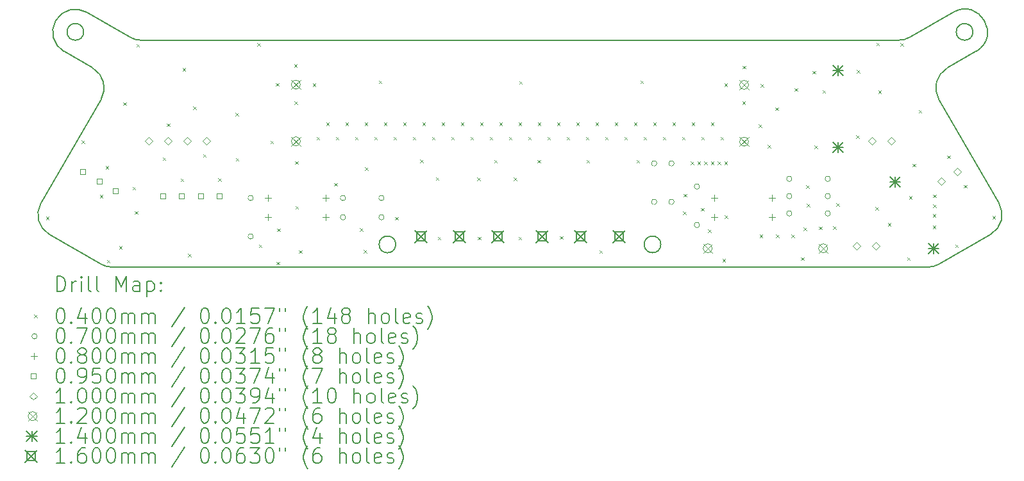
<source format=gbr>
%TF.GenerationSoftware,KiCad,Pcbnew,7.0.9*%
%TF.CreationDate,2024-01-11T17:23:22+09:00*%
%TF.ProjectId,KickerBoard,4b69636b-6572-4426-9f61-72642e6b6963,rev?*%
%TF.SameCoordinates,Original*%
%TF.FileFunction,Drillmap*%
%TF.FilePolarity,Positive*%
%FSLAX45Y45*%
G04 Gerber Fmt 4.5, Leading zero omitted, Abs format (unit mm)*
G04 Created by KiCad (PCBNEW 7.0.9) date 2024-01-11 17:23:22*
%MOMM*%
%LPD*%
G01*
G04 APERTURE LIST*
%ADD10C,0.200000*%
%ADD11C,0.100000*%
%ADD12C,0.120000*%
%ADD13C,0.140000*%
%ADD14C,0.160000*%
G04 APERTURE END LIST*
D10*
X19610490Y-8469415D02*
X19990875Y-8249800D01*
X19353717Y-11099799D02*
G75*
G03*
X19503717Y-11059608I3J299999D01*
G01*
X8209125Y-7989992D02*
G75*
G03*
X8209125Y-7989992I-110000J0D01*
G01*
X8586283Y-11099800D02*
X19353717Y-11099800D01*
X19950875Y-7989992D02*
G75*
G03*
X19950875Y-7989992I-110000J0D01*
G01*
X8439314Y-8879221D02*
G75*
G03*
X8329510Y-8469415I-259804J150001D01*
G01*
X8436284Y-11059607D02*
G75*
G03*
X8586283Y-11099800I149996J259787D01*
G01*
X20185769Y-10665827D02*
G75*
G03*
X20295575Y-10256018I-149999J259807D01*
G01*
X18970298Y-8099799D02*
G75*
G03*
X19120298Y-8059607I2J299999D01*
G01*
X19503717Y-11059608D02*
X20185768Y-10665826D01*
X8819703Y-8059606D02*
G75*
G03*
X8969702Y-8099800I149997J259786D01*
G01*
X19690875Y-7730185D02*
X19120298Y-8059608D01*
X18970298Y-8099800D02*
X8969702Y-8099800D01*
X7754232Y-10665826D02*
X8436283Y-11059608D01*
X8249125Y-7730184D02*
G75*
G03*
X7949125Y-8249800I-150001J-259808D01*
G01*
X7644426Y-10256019D02*
G75*
G03*
X7754232Y-10665826I259804J-150001D01*
G01*
X15830000Y-10799800D02*
G75*
G03*
X15830000Y-10799800I-110000J0D01*
G01*
X19610488Y-8469412D02*
G75*
G03*
X19500682Y-8879223I150002J-259808D01*
G01*
X8819702Y-8059608D02*
X8249125Y-7730185D01*
X12330000Y-10799800D02*
G75*
G03*
X12330000Y-10799800I-110000J0D01*
G01*
X20295575Y-10256018D02*
X19500682Y-8879223D01*
X19990870Y-8249792D02*
G75*
G03*
X19690875Y-7730185I-150000J259802D01*
G01*
X7949125Y-8249800D02*
X8329510Y-8469415D01*
X8439318Y-8879223D02*
X7644425Y-10256018D01*
D11*
X7711760Y-10429560D02*
X7751760Y-10469560D01*
X7751760Y-10429560D02*
X7711760Y-10469560D01*
X8179120Y-9423720D02*
X8219120Y-9463720D01*
X8219120Y-9423720D02*
X8179120Y-9463720D01*
X8422960Y-10145080D02*
X8462960Y-10185080D01*
X8462960Y-10145080D02*
X8422960Y-10185080D01*
X8499160Y-9764080D02*
X8539160Y-9804080D01*
X8539160Y-9764080D02*
X8499160Y-9804080D01*
X8514400Y-11003600D02*
X8554400Y-11043600D01*
X8554400Y-11003600D02*
X8514400Y-11043600D01*
X8676960Y-10820720D02*
X8716960Y-10860720D01*
X8716960Y-10820720D02*
X8676960Y-10860720D01*
X8732840Y-8920800D02*
X8772840Y-8960800D01*
X8772840Y-8920800D02*
X8732840Y-8960800D01*
X8854760Y-10038400D02*
X8894760Y-10078400D01*
X8894760Y-10038400D02*
X8854760Y-10078400D01*
X8885240Y-10358440D02*
X8925240Y-10398440D01*
X8925240Y-10358440D02*
X8885240Y-10398440D01*
X8905560Y-8148640D02*
X8945560Y-8188640D01*
X8945560Y-8148640D02*
X8905560Y-8188640D01*
X9251000Y-9647240D02*
X9291000Y-9687240D01*
X9291000Y-9647240D02*
X9251000Y-9687240D01*
X9306880Y-9200200D02*
X9346880Y-9240200D01*
X9346880Y-9200200D02*
X9306880Y-9240200D01*
X9489760Y-9926640D02*
X9529760Y-9966640D01*
X9529760Y-9926640D02*
X9489760Y-9966640D01*
X9515160Y-8468680D02*
X9555160Y-8508680D01*
X9555160Y-8468680D02*
X9515160Y-8508680D01*
X9586280Y-10922320D02*
X9626280Y-10962320D01*
X9626280Y-10922320D02*
X9586280Y-10962320D01*
X9652320Y-8976680D02*
X9692320Y-9016680D01*
X9692320Y-8976680D02*
X9652320Y-9016680D01*
X9784400Y-9606600D02*
X9824400Y-9646600D01*
X9824400Y-9606600D02*
X9784400Y-9646600D01*
X9982520Y-9921560D02*
X10022520Y-9961560D01*
X10022520Y-9921560D02*
X9982520Y-9961560D01*
X10211120Y-9057960D02*
X10251120Y-9097960D01*
X10251120Y-9057960D02*
X10211120Y-9097960D01*
X10216200Y-9657400D02*
X10256200Y-9697400D01*
X10256200Y-9657400D02*
X10216200Y-9697400D01*
X10500680Y-8138480D02*
X10540680Y-8178480D01*
X10540680Y-8138480D02*
X10500680Y-8178480D01*
X10521000Y-10800400D02*
X10561000Y-10840400D01*
X10561000Y-10800400D02*
X10521000Y-10840400D01*
X10673400Y-9428800D02*
X10713400Y-9468800D01*
X10713400Y-9428800D02*
X10673400Y-9468800D01*
X10744520Y-8666800D02*
X10784520Y-8706800D01*
X10784520Y-8666800D02*
X10744520Y-8706800D01*
X10754680Y-11029000D02*
X10794680Y-11069000D01*
X10794680Y-11029000D02*
X10754680Y-11069000D01*
X10764840Y-10587040D02*
X10804840Y-10627040D01*
X10804840Y-10587040D02*
X10764840Y-10627040D01*
X10988360Y-8417880D02*
X11028360Y-8457880D01*
X11028360Y-8417880D02*
X10988360Y-8457880D01*
X10993440Y-8905560D02*
X11033440Y-8945560D01*
X11033440Y-8905560D02*
X10993440Y-8945560D01*
X10998520Y-9698040D02*
X11038520Y-9738040D01*
X11038520Y-9698040D02*
X10998520Y-9738040D01*
X11003600Y-10292400D02*
X11043600Y-10332400D01*
X11043600Y-10292400D02*
X11003600Y-10332400D01*
X11049320Y-10876600D02*
X11089320Y-10916600D01*
X11089320Y-10876600D02*
X11049320Y-10916600D01*
X11232200Y-8671880D02*
X11272200Y-8711880D01*
X11272200Y-8671880D02*
X11232200Y-8711880D01*
X11283000Y-9378000D02*
X11323000Y-9418000D01*
X11323000Y-9378000D02*
X11283000Y-9418000D01*
X11410000Y-9187500D02*
X11450000Y-9227500D01*
X11450000Y-9187500D02*
X11410000Y-9227500D01*
X11516680Y-9987600D02*
X11556680Y-10027600D01*
X11556680Y-9987600D02*
X11516680Y-10027600D01*
X11537000Y-9378000D02*
X11577000Y-9418000D01*
X11577000Y-9378000D02*
X11537000Y-9418000D01*
X11664000Y-9187500D02*
X11704000Y-9227500D01*
X11704000Y-9187500D02*
X11664000Y-9227500D01*
X11791000Y-9378000D02*
X11831000Y-9418000D01*
X11831000Y-9378000D02*
X11791000Y-9418000D01*
X11857040Y-10581960D02*
X11897040Y-10621960D01*
X11897040Y-10581960D02*
X11857040Y-10621960D01*
X11907840Y-10871520D02*
X11947840Y-10911520D01*
X11947840Y-10871520D02*
X11907840Y-10911520D01*
X11918000Y-9187500D02*
X11958000Y-9227500D01*
X11958000Y-9187500D02*
X11918000Y-9227500D01*
X11923080Y-9779320D02*
X11963080Y-9819320D01*
X11963080Y-9779320D02*
X11923080Y-9819320D01*
X12045000Y-9378000D02*
X12085000Y-9418000D01*
X12085000Y-9378000D02*
X12045000Y-9418000D01*
X12105960Y-8631240D02*
X12145960Y-8671240D01*
X12145960Y-8631240D02*
X12105960Y-8671240D01*
X12172000Y-9187500D02*
X12212000Y-9227500D01*
X12212000Y-9187500D02*
X12172000Y-9227500D01*
X12299000Y-9378000D02*
X12339000Y-9418000D01*
X12339000Y-9378000D02*
X12299000Y-9418000D01*
X12319320Y-10434640D02*
X12359320Y-10474640D01*
X12359320Y-10434640D02*
X12319320Y-10474640D01*
X12426000Y-9187500D02*
X12466000Y-9227500D01*
X12466000Y-9187500D02*
X12426000Y-9227500D01*
X12553000Y-9378000D02*
X12593000Y-9418000D01*
X12593000Y-9378000D02*
X12553000Y-9418000D01*
X12649520Y-9677720D02*
X12689520Y-9717720D01*
X12689520Y-9677720D02*
X12649520Y-9717720D01*
X12680000Y-9187500D02*
X12720000Y-9227500D01*
X12720000Y-9187500D02*
X12680000Y-9227500D01*
X12807000Y-9378000D02*
X12847000Y-9418000D01*
X12847000Y-9378000D02*
X12807000Y-9418000D01*
X12857800Y-9911400D02*
X12897800Y-9951400D01*
X12897800Y-9911400D02*
X12857800Y-9951400D01*
X12883200Y-10698800D02*
X12923200Y-10738800D01*
X12923200Y-10698800D02*
X12883200Y-10738800D01*
X12934000Y-9187500D02*
X12974000Y-9227500D01*
X12974000Y-9187500D02*
X12934000Y-9227500D01*
X13061000Y-9378000D02*
X13101000Y-9418000D01*
X13101000Y-9378000D02*
X13061000Y-9418000D01*
X13188000Y-9187500D02*
X13228000Y-9227500D01*
X13228000Y-9187500D02*
X13188000Y-9227500D01*
X13315000Y-9378000D02*
X13355000Y-9418000D01*
X13355000Y-9378000D02*
X13315000Y-9418000D01*
X13406440Y-9916480D02*
X13446440Y-9956480D01*
X13446440Y-9916480D02*
X13406440Y-9956480D01*
X13411520Y-10698800D02*
X13451520Y-10738800D01*
X13451520Y-10698800D02*
X13411520Y-10738800D01*
X13442000Y-9187500D02*
X13482000Y-9227500D01*
X13482000Y-9187500D02*
X13442000Y-9227500D01*
X13569000Y-9378000D02*
X13609000Y-9418000D01*
X13609000Y-9378000D02*
X13569000Y-9418000D01*
X13629960Y-9682800D02*
X13669960Y-9722800D01*
X13669960Y-9682800D02*
X13629960Y-9722800D01*
X13696000Y-9187500D02*
X13736000Y-9227500D01*
X13736000Y-9187500D02*
X13696000Y-9227500D01*
X13823000Y-9378000D02*
X13863000Y-9418000D01*
X13863000Y-9378000D02*
X13823000Y-9418000D01*
X13889040Y-9916480D02*
X13929040Y-9956480D01*
X13929040Y-9916480D02*
X13889040Y-9956480D01*
X13950000Y-9187500D02*
X13990000Y-9227500D01*
X13990000Y-9187500D02*
X13950000Y-9227500D01*
X13950000Y-10698800D02*
X13990000Y-10738800D01*
X13990000Y-10698800D02*
X13950000Y-10738800D01*
X13960160Y-8641400D02*
X14000160Y-8681400D01*
X14000160Y-8641400D02*
X13960160Y-8681400D01*
X14077000Y-9378000D02*
X14117000Y-9418000D01*
X14117000Y-9378000D02*
X14077000Y-9418000D01*
X14198920Y-9682800D02*
X14238920Y-9722800D01*
X14238920Y-9682800D02*
X14198920Y-9722800D01*
X14204000Y-9187500D02*
X14244000Y-9227500D01*
X14244000Y-9187500D02*
X14204000Y-9227500D01*
X14331000Y-9378000D02*
X14371000Y-9418000D01*
X14371000Y-9378000D02*
X14331000Y-9418000D01*
X14458000Y-9187500D02*
X14498000Y-9227500D01*
X14498000Y-9187500D02*
X14458000Y-9227500D01*
X14498640Y-10688640D02*
X14538640Y-10728640D01*
X14538640Y-10688640D02*
X14498640Y-10728640D01*
X14585000Y-9378000D02*
X14625000Y-9418000D01*
X14625000Y-9378000D02*
X14585000Y-9418000D01*
X14712000Y-9187500D02*
X14752000Y-9227500D01*
X14752000Y-9187500D02*
X14712000Y-9227500D01*
X14839000Y-9378000D02*
X14879000Y-9418000D01*
X14879000Y-9378000D02*
X14839000Y-9418000D01*
X14849160Y-9682800D02*
X14889160Y-9722800D01*
X14889160Y-9682800D02*
X14849160Y-9722800D01*
X14966000Y-9187500D02*
X15006000Y-9227500D01*
X15006000Y-9187500D02*
X14966000Y-9227500D01*
X15016800Y-10876600D02*
X15056800Y-10916600D01*
X15056800Y-10876600D02*
X15016800Y-10916600D01*
X15093000Y-9378000D02*
X15133000Y-9418000D01*
X15133000Y-9378000D02*
X15093000Y-9418000D01*
X15220000Y-9187500D02*
X15260000Y-9227500D01*
X15260000Y-9187500D02*
X15220000Y-9227500D01*
X15347000Y-9378000D02*
X15387000Y-9418000D01*
X15387000Y-9378000D02*
X15347000Y-9418000D01*
X15474000Y-9187500D02*
X15514000Y-9227500D01*
X15514000Y-9187500D02*
X15474000Y-9227500D01*
X15509560Y-9682800D02*
X15549560Y-9722800D01*
X15549560Y-9682800D02*
X15509560Y-9722800D01*
X15560360Y-8631240D02*
X15600360Y-8671240D01*
X15600360Y-8631240D02*
X15560360Y-8671240D01*
X15601000Y-9378000D02*
X15641000Y-9418000D01*
X15641000Y-9378000D02*
X15601000Y-9418000D01*
X15728000Y-9187500D02*
X15768000Y-9227500D01*
X15768000Y-9187500D02*
X15728000Y-9227500D01*
X15855000Y-9378000D02*
X15895000Y-9418000D01*
X15895000Y-9378000D02*
X15855000Y-9418000D01*
X15982000Y-9187500D02*
X16022000Y-9227500D01*
X16022000Y-9187500D02*
X15982000Y-9227500D01*
X16109000Y-9378000D02*
X16149000Y-9418000D01*
X16149000Y-9378000D02*
X16109000Y-9418000D01*
X16124240Y-10363520D02*
X16164240Y-10403520D01*
X16164240Y-10363520D02*
X16124240Y-10403520D01*
X16129320Y-10129840D02*
X16169320Y-10169840D01*
X16169320Y-10129840D02*
X16129320Y-10169840D01*
X16222050Y-9703000D02*
X16262050Y-9743000D01*
X16262050Y-9703000D02*
X16222050Y-9743000D01*
X16236000Y-9187500D02*
X16276000Y-9227500D01*
X16276000Y-9187500D02*
X16236000Y-9227500D01*
X16312200Y-9703000D02*
X16352200Y-9743000D01*
X16352200Y-9703000D02*
X16312200Y-9743000D01*
X16357920Y-10317800D02*
X16397920Y-10357800D01*
X16397920Y-10317800D02*
X16357920Y-10357800D01*
X16363000Y-9378000D02*
X16403000Y-9418000D01*
X16403000Y-9378000D02*
X16363000Y-9418000D01*
X16401100Y-9703000D02*
X16441100Y-9743000D01*
X16441100Y-9703000D02*
X16401100Y-9743000D01*
X16454440Y-10602280D02*
X16494440Y-10642280D01*
X16494440Y-10602280D02*
X16454440Y-10642280D01*
X16490000Y-9187500D02*
X16530000Y-9227500D01*
X16530000Y-9187500D02*
X16490000Y-9227500D01*
X16490000Y-9703120D02*
X16530000Y-9743120D01*
X16530000Y-9703120D02*
X16490000Y-9743120D01*
X16580150Y-9703120D02*
X16620150Y-9743120D01*
X16620150Y-9703120D02*
X16580150Y-9743120D01*
X16617000Y-9378000D02*
X16657000Y-9418000D01*
X16657000Y-9378000D02*
X16617000Y-9418000D01*
X16642400Y-10988360D02*
X16682400Y-11028360D01*
X16682400Y-10988360D02*
X16642400Y-11028360D01*
X16667800Y-8671880D02*
X16707800Y-8711880D01*
X16707800Y-8671880D02*
X16667800Y-8711880D01*
X16669050Y-9703120D02*
X16709050Y-9743120D01*
X16709050Y-9703120D02*
X16669050Y-9743120D01*
X16672880Y-10414320D02*
X16712880Y-10454320D01*
X16712880Y-10414320D02*
X16672880Y-10454320D01*
X16906560Y-8905560D02*
X16946560Y-8945560D01*
X16946560Y-8905560D02*
X16906560Y-8945560D01*
X16911640Y-8438200D02*
X16951640Y-8478200D01*
X16951640Y-8438200D02*
X16911640Y-8478200D01*
X17119920Y-9210158D02*
X17159920Y-9250158D01*
X17159920Y-9210158D02*
X17119920Y-9250158D01*
X17133200Y-10668900D02*
X17173200Y-10708900D01*
X17173200Y-10668900D02*
X17133200Y-10708900D01*
X17145320Y-8676960D02*
X17185320Y-8716960D01*
X17185320Y-8676960D02*
X17145320Y-8716960D01*
X17241840Y-9484680D02*
X17281840Y-9524680D01*
X17281840Y-9484680D02*
X17241840Y-9524680D01*
X17343440Y-8986638D02*
X17383440Y-9026638D01*
X17383440Y-8986638D02*
X17343440Y-9026638D01*
X17349100Y-10668900D02*
X17389100Y-10708900D01*
X17389100Y-10668900D02*
X17349100Y-10708900D01*
X17552300Y-10668900D02*
X17592300Y-10708900D01*
X17592300Y-10668900D02*
X17552300Y-10708900D01*
X17597238Y-8732840D02*
X17637238Y-8772840D01*
X17637238Y-8732840D02*
X17597238Y-8772840D01*
X17678720Y-10968040D02*
X17718720Y-11008040D01*
X17718720Y-10968040D02*
X17678720Y-11008040D01*
X17714280Y-10576880D02*
X17754280Y-10616880D01*
X17754280Y-10576880D02*
X17714280Y-10616880D01*
X17749840Y-10018080D02*
X17789840Y-10058080D01*
X17789840Y-10018080D02*
X17749840Y-10058080D01*
X17754920Y-10261920D02*
X17794920Y-10301920D01*
X17794920Y-10261920D02*
X17754920Y-10301920D01*
X17831120Y-8504240D02*
X17871120Y-8544240D01*
X17871120Y-8504240D02*
X17831120Y-8544240D01*
X17856520Y-9489760D02*
X17896520Y-9529760D01*
X17896520Y-9489760D02*
X17856520Y-9529760D01*
X17917480Y-10561640D02*
X17957480Y-10601640D01*
X17957480Y-10561640D02*
X17917480Y-10601640D01*
X17963200Y-8758240D02*
X18003200Y-8798240D01*
X18003200Y-8758240D02*
X17963200Y-8798240D01*
X18104362Y-10560880D02*
X18144362Y-10600880D01*
X18144362Y-10560880D02*
X18104362Y-10600880D01*
X18146080Y-10251760D02*
X18186080Y-10291760D01*
X18186080Y-10251760D02*
X18146080Y-10291760D01*
X18410240Y-9357680D02*
X18450240Y-9397680D01*
X18450240Y-9357680D02*
X18410240Y-9397680D01*
X18415320Y-8494080D02*
X18455320Y-8534080D01*
X18455320Y-8494080D02*
X18415320Y-8534080D01*
X18664240Y-10302560D02*
X18704240Y-10342560D01*
X18704240Y-10302560D02*
X18664240Y-10342560D01*
X18674400Y-8133400D02*
X18714400Y-8173400D01*
X18714400Y-8133400D02*
X18674400Y-8173400D01*
X18699800Y-8763320D02*
X18739800Y-8803320D01*
X18739800Y-8763320D02*
X18699800Y-8803320D01*
X18826800Y-10515920D02*
X18866800Y-10555920D01*
X18866800Y-10515920D02*
X18826800Y-10555920D01*
X18994440Y-8138480D02*
X19034440Y-8178480D01*
X19034440Y-8138480D02*
X18994440Y-8178480D01*
X19080800Y-10968040D02*
X19120800Y-11008040D01*
X19120800Y-10968040D02*
X19080800Y-11008040D01*
X19106200Y-10160320D02*
X19146200Y-10200320D01*
X19146200Y-10160320D02*
X19106200Y-10200320D01*
X19151920Y-9733600D02*
X19191920Y-9773600D01*
X19191920Y-9733600D02*
X19151920Y-9773600D01*
X19233200Y-9022400D02*
X19273200Y-9062400D01*
X19273200Y-9022400D02*
X19233200Y-9062400D01*
X19421160Y-10399080D02*
X19461160Y-10439080D01*
X19461160Y-10399080D02*
X19421160Y-10439080D01*
X19421160Y-10551480D02*
X19461160Y-10591480D01*
X19461160Y-10551480D02*
X19421160Y-10591480D01*
X19423700Y-10140000D02*
X19463700Y-10180000D01*
X19463700Y-10140000D02*
X19423700Y-10180000D01*
X19423700Y-10269540D02*
X19463700Y-10309540D01*
X19463700Y-10269540D02*
X19423700Y-10309540D01*
X19609120Y-9621840D02*
X19649120Y-9661840D01*
X19649120Y-9621840D02*
X19609120Y-9661840D01*
X19715800Y-10800400D02*
X19755800Y-10840400D01*
X19755800Y-10800400D02*
X19715800Y-10840400D01*
X19832640Y-10013000D02*
X19872640Y-10053000D01*
X19872640Y-10013000D02*
X19832640Y-10053000D01*
X20208560Y-10424480D02*
X20248560Y-10464480D01*
X20248560Y-10424480D02*
X20208560Y-10464480D01*
X10449000Y-10184900D02*
G75*
G03*
X10449000Y-10184900I-35000J0D01*
G01*
X10449000Y-10692900D02*
G75*
G03*
X10449000Y-10692900I-35000J0D01*
G01*
X11668200Y-10184900D02*
G75*
G03*
X11668200Y-10184900I-35000J0D01*
G01*
X11668200Y-10439400D02*
G75*
G03*
X11668200Y-10439400I-35000J0D01*
G01*
X12176200Y-10184900D02*
G75*
G03*
X12176200Y-10184900I-35000J0D01*
G01*
X12176200Y-10439400D02*
G75*
G03*
X12176200Y-10439400I-35000J0D01*
G01*
X15776200Y-9728200D02*
G75*
G03*
X15776200Y-9728200I-35000J0D01*
G01*
X15776200Y-10236200D02*
G75*
G03*
X15776200Y-10236200I-35000J0D01*
G01*
X16004800Y-9728200D02*
G75*
G03*
X16004800Y-9728200I-35000J0D01*
G01*
X16004800Y-10236200D02*
G75*
G03*
X16004800Y-10236200I-35000J0D01*
G01*
X16341800Y-10033000D02*
G75*
G03*
X16341800Y-10033000I-35000J0D01*
G01*
X16341800Y-10541000D02*
G75*
G03*
X16341800Y-10541000I-35000J0D01*
G01*
X17561000Y-9931400D02*
G75*
G03*
X17561000Y-9931400I-35000J0D01*
G01*
X17561000Y-10160000D02*
G75*
G03*
X17561000Y-10160000I-35000J0D01*
G01*
X17561000Y-10388600D02*
G75*
G03*
X17561000Y-10388600I-35000J0D01*
G01*
X18069000Y-9931400D02*
G75*
G03*
X18069000Y-9931400I-35000J0D01*
G01*
X18069000Y-10160000D02*
G75*
G03*
X18069000Y-10160000I-35000J0D01*
G01*
X18069000Y-10388600D02*
G75*
G03*
X18069000Y-10388600I-35000J0D01*
G01*
X10643600Y-10144900D02*
X10643600Y-10224900D01*
X10603600Y-10184900D02*
X10683600Y-10184900D01*
X10643600Y-10398900D02*
X10643600Y-10478900D01*
X10603600Y-10438900D02*
X10683600Y-10438900D01*
X11405600Y-10144900D02*
X11405600Y-10224900D01*
X11365600Y-10184900D02*
X11445600Y-10184900D01*
X11405600Y-10398900D02*
X11405600Y-10478900D01*
X11365600Y-10438900D02*
X11445600Y-10438900D01*
X16536400Y-10144900D02*
X16536400Y-10224900D01*
X16496400Y-10184900D02*
X16576400Y-10184900D01*
X16536400Y-10398900D02*
X16536400Y-10478900D01*
X16496400Y-10438900D02*
X16576400Y-10438900D01*
X17298400Y-10144900D02*
X17298400Y-10224900D01*
X17258400Y-10184900D02*
X17338400Y-10184900D01*
X17298400Y-10398900D02*
X17298400Y-10478900D01*
X17258400Y-10438900D02*
X17338400Y-10438900D01*
X8231882Y-9871409D02*
X8231882Y-9804233D01*
X8164706Y-9804233D01*
X8164706Y-9871409D01*
X8231882Y-9871409D01*
X8448388Y-9996409D02*
X8448388Y-9929233D01*
X8381212Y-9929233D01*
X8381212Y-9996409D01*
X8448388Y-9996409D01*
X8664894Y-10121409D02*
X8664894Y-10054233D01*
X8597719Y-10054233D01*
X8597719Y-10121409D01*
X8664894Y-10121409D01*
X9285188Y-10191488D02*
X9285188Y-10124312D01*
X9218012Y-10124312D01*
X9218012Y-10191488D01*
X9285188Y-10191488D01*
X9535188Y-10191488D02*
X9535188Y-10124312D01*
X9468012Y-10124312D01*
X9468012Y-10191488D01*
X9535188Y-10191488D01*
X9785188Y-10191488D02*
X9785188Y-10124312D01*
X9718012Y-10124312D01*
X9718012Y-10191488D01*
X9785188Y-10191488D01*
X10035188Y-10191488D02*
X10035188Y-10124312D01*
X9968012Y-10124312D01*
X9968012Y-10191488D01*
X10035188Y-10191488D01*
X9071800Y-9481600D02*
X9121800Y-9431600D01*
X9071800Y-9381600D01*
X9021800Y-9431600D01*
X9071800Y-9481600D01*
X9325800Y-9481600D02*
X9375800Y-9431600D01*
X9325800Y-9381600D01*
X9275800Y-9431600D01*
X9325800Y-9481600D01*
X9579800Y-9481600D02*
X9629800Y-9431600D01*
X9579800Y-9381600D01*
X9529800Y-9431600D01*
X9579800Y-9481600D01*
X9833800Y-9481600D02*
X9883800Y-9431600D01*
X9833800Y-9381600D01*
X9783800Y-9431600D01*
X9833800Y-9481600D01*
X18419000Y-10870400D02*
X18469000Y-10820400D01*
X18419000Y-10770400D01*
X18369000Y-10820400D01*
X18419000Y-10870400D01*
X18621200Y-9481600D02*
X18671200Y-9431600D01*
X18621200Y-9381600D01*
X18571200Y-9431600D01*
X18621200Y-9481600D01*
X18669000Y-10870400D02*
X18719000Y-10820400D01*
X18669000Y-10770400D01*
X18619000Y-10820400D01*
X18669000Y-10870400D01*
X18875200Y-9481600D02*
X18925200Y-9431600D01*
X18875200Y-9381600D01*
X18825200Y-9431600D01*
X18875200Y-9481600D01*
X19531247Y-10011821D02*
X19581247Y-9961821D01*
X19531247Y-9911821D01*
X19481247Y-9961821D01*
X19531247Y-10011821D01*
X19747753Y-9886821D02*
X19797753Y-9836821D01*
X19747753Y-9786821D01*
X19697753Y-9836821D01*
X19747753Y-9886821D01*
D12*
X10950900Y-8626800D02*
X11070900Y-8746800D01*
X11070900Y-8626800D02*
X10950900Y-8746800D01*
X11070900Y-8686800D02*
G75*
G03*
X11070900Y-8686800I-60000J0D01*
G01*
X10950900Y-9376800D02*
X11070900Y-9496800D01*
X11070900Y-9376800D02*
X10950900Y-9496800D01*
X11070900Y-9436800D02*
G75*
G03*
X11070900Y-9436800I-60000J0D01*
G01*
X16389040Y-10790880D02*
X16509040Y-10910880D01*
X16509040Y-10790880D02*
X16389040Y-10910880D01*
X16509040Y-10850880D02*
G75*
G03*
X16509040Y-10850880I-60000J0D01*
G01*
X16869100Y-8630978D02*
X16989100Y-8750978D01*
X16989100Y-8630978D02*
X16869100Y-8750978D01*
X16989100Y-8690978D02*
G75*
G03*
X16989100Y-8690978I-60000J0D01*
G01*
X16869100Y-9380978D02*
X16989100Y-9500978D01*
X16989100Y-9380978D02*
X16869100Y-9500978D01*
X16989100Y-9440978D02*
G75*
G03*
X16989100Y-9440978I-60000J0D01*
G01*
X17913040Y-10790880D02*
X18033040Y-10910880D01*
X18033040Y-10790880D02*
X17913040Y-10910880D01*
X18033040Y-10850880D02*
G75*
G03*
X18033040Y-10850880I-60000J0D01*
G01*
D13*
X18101160Y-8428840D02*
X18241160Y-8568840D01*
X18241160Y-8428840D02*
X18101160Y-8568840D01*
X18171160Y-8428840D02*
X18171160Y-8568840D01*
X18101160Y-8498840D02*
X18241160Y-8498840D01*
X18101160Y-9444840D02*
X18241160Y-9584840D01*
X18241160Y-9444840D02*
X18101160Y-9584840D01*
X18171160Y-9444840D02*
X18171160Y-9584840D01*
X18101160Y-9514840D02*
X18241160Y-9514840D01*
X18853000Y-9904059D02*
X18993000Y-10044059D01*
X18993000Y-9904059D02*
X18853000Y-10044059D01*
X18923000Y-9904059D02*
X18923000Y-10044059D01*
X18853000Y-9974059D02*
X18993000Y-9974059D01*
X19361000Y-10783941D02*
X19501000Y-10923941D01*
X19501000Y-10783941D02*
X19361000Y-10923941D01*
X19431000Y-10783941D02*
X19431000Y-10923941D01*
X19361000Y-10853941D02*
X19501000Y-10853941D01*
D14*
X12581900Y-10613400D02*
X12741900Y-10773400D01*
X12741900Y-10613400D02*
X12581900Y-10773400D01*
X12718469Y-10749969D02*
X12718469Y-10636831D01*
X12605331Y-10636831D01*
X12605331Y-10749969D01*
X12718469Y-10749969D01*
X13089900Y-10613400D02*
X13249900Y-10773400D01*
X13249900Y-10613400D02*
X13089900Y-10773400D01*
X13226469Y-10749969D02*
X13226469Y-10636831D01*
X13113331Y-10636831D01*
X13113331Y-10749969D01*
X13226469Y-10749969D01*
X13597900Y-10613400D02*
X13757900Y-10773400D01*
X13757900Y-10613400D02*
X13597900Y-10773400D01*
X13734469Y-10749969D02*
X13734469Y-10636831D01*
X13621331Y-10636831D01*
X13621331Y-10749969D01*
X13734469Y-10749969D01*
X14182100Y-10613400D02*
X14342100Y-10773400D01*
X14342100Y-10613400D02*
X14182100Y-10773400D01*
X14318669Y-10749969D02*
X14318669Y-10636831D01*
X14205531Y-10636831D01*
X14205531Y-10749969D01*
X14318669Y-10749969D01*
X14690100Y-10613400D02*
X14850100Y-10773400D01*
X14850100Y-10613400D02*
X14690100Y-10773400D01*
X14826669Y-10749969D02*
X14826669Y-10636831D01*
X14713531Y-10636831D01*
X14713531Y-10749969D01*
X14826669Y-10749969D01*
X15198100Y-10613400D02*
X15358100Y-10773400D01*
X15358100Y-10613400D02*
X15198100Y-10773400D01*
X15334669Y-10749969D02*
X15334669Y-10636831D01*
X15221531Y-10636831D01*
X15221531Y-10749969D01*
X15334669Y-10749969D01*
D10*
X7855010Y-11421284D02*
X7855010Y-11221284D01*
X7855010Y-11221284D02*
X7902629Y-11221284D01*
X7902629Y-11221284D02*
X7931200Y-11230808D01*
X7931200Y-11230808D02*
X7950248Y-11249855D01*
X7950248Y-11249855D02*
X7959772Y-11268903D01*
X7959772Y-11268903D02*
X7969295Y-11306998D01*
X7969295Y-11306998D02*
X7969295Y-11335569D01*
X7969295Y-11335569D02*
X7959772Y-11373665D01*
X7959772Y-11373665D02*
X7950248Y-11392712D01*
X7950248Y-11392712D02*
X7931200Y-11411760D01*
X7931200Y-11411760D02*
X7902629Y-11421284D01*
X7902629Y-11421284D02*
X7855010Y-11421284D01*
X8055010Y-11421284D02*
X8055010Y-11287950D01*
X8055010Y-11326046D02*
X8064534Y-11306998D01*
X8064534Y-11306998D02*
X8074057Y-11297474D01*
X8074057Y-11297474D02*
X8093105Y-11287950D01*
X8093105Y-11287950D02*
X8112153Y-11287950D01*
X8178819Y-11421284D02*
X8178819Y-11287950D01*
X8178819Y-11221284D02*
X8169295Y-11230808D01*
X8169295Y-11230808D02*
X8178819Y-11240331D01*
X8178819Y-11240331D02*
X8188343Y-11230808D01*
X8188343Y-11230808D02*
X8178819Y-11221284D01*
X8178819Y-11221284D02*
X8178819Y-11240331D01*
X8302629Y-11421284D02*
X8283581Y-11411760D01*
X8283581Y-11411760D02*
X8274057Y-11392712D01*
X8274057Y-11392712D02*
X8274057Y-11221284D01*
X8407391Y-11421284D02*
X8388343Y-11411760D01*
X8388343Y-11411760D02*
X8378819Y-11392712D01*
X8378819Y-11392712D02*
X8378819Y-11221284D01*
X8635962Y-11421284D02*
X8635962Y-11221284D01*
X8635962Y-11221284D02*
X8702629Y-11364141D01*
X8702629Y-11364141D02*
X8769296Y-11221284D01*
X8769296Y-11221284D02*
X8769296Y-11421284D01*
X8950248Y-11421284D02*
X8950248Y-11316522D01*
X8950248Y-11316522D02*
X8940724Y-11297474D01*
X8940724Y-11297474D02*
X8921677Y-11287950D01*
X8921677Y-11287950D02*
X8883581Y-11287950D01*
X8883581Y-11287950D02*
X8864534Y-11297474D01*
X8950248Y-11411760D02*
X8931200Y-11421284D01*
X8931200Y-11421284D02*
X8883581Y-11421284D01*
X8883581Y-11421284D02*
X8864534Y-11411760D01*
X8864534Y-11411760D02*
X8855010Y-11392712D01*
X8855010Y-11392712D02*
X8855010Y-11373665D01*
X8855010Y-11373665D02*
X8864534Y-11354617D01*
X8864534Y-11354617D02*
X8883581Y-11345093D01*
X8883581Y-11345093D02*
X8931200Y-11345093D01*
X8931200Y-11345093D02*
X8950248Y-11335569D01*
X9045486Y-11287950D02*
X9045486Y-11487950D01*
X9045486Y-11297474D02*
X9064534Y-11287950D01*
X9064534Y-11287950D02*
X9102629Y-11287950D01*
X9102629Y-11287950D02*
X9121677Y-11297474D01*
X9121677Y-11297474D02*
X9131200Y-11306998D01*
X9131200Y-11306998D02*
X9140724Y-11326046D01*
X9140724Y-11326046D02*
X9140724Y-11383188D01*
X9140724Y-11383188D02*
X9131200Y-11402236D01*
X9131200Y-11402236D02*
X9121677Y-11411760D01*
X9121677Y-11411760D02*
X9102629Y-11421284D01*
X9102629Y-11421284D02*
X9064534Y-11421284D01*
X9064534Y-11421284D02*
X9045486Y-11411760D01*
X9226438Y-11402236D02*
X9235962Y-11411760D01*
X9235962Y-11411760D02*
X9226438Y-11421284D01*
X9226438Y-11421284D02*
X9216915Y-11411760D01*
X9216915Y-11411760D02*
X9226438Y-11402236D01*
X9226438Y-11402236D02*
X9226438Y-11421284D01*
X9226438Y-11297474D02*
X9235962Y-11306998D01*
X9235962Y-11306998D02*
X9226438Y-11316522D01*
X9226438Y-11316522D02*
X9216915Y-11306998D01*
X9216915Y-11306998D02*
X9226438Y-11297474D01*
X9226438Y-11297474D02*
X9226438Y-11316522D01*
D11*
X7554233Y-11729800D02*
X7594233Y-11769800D01*
X7594233Y-11729800D02*
X7554233Y-11769800D01*
D10*
X7893105Y-11641284D02*
X7912153Y-11641284D01*
X7912153Y-11641284D02*
X7931200Y-11650808D01*
X7931200Y-11650808D02*
X7940724Y-11660331D01*
X7940724Y-11660331D02*
X7950248Y-11679379D01*
X7950248Y-11679379D02*
X7959772Y-11717474D01*
X7959772Y-11717474D02*
X7959772Y-11765093D01*
X7959772Y-11765093D02*
X7950248Y-11803188D01*
X7950248Y-11803188D02*
X7940724Y-11822236D01*
X7940724Y-11822236D02*
X7931200Y-11831760D01*
X7931200Y-11831760D02*
X7912153Y-11841284D01*
X7912153Y-11841284D02*
X7893105Y-11841284D01*
X7893105Y-11841284D02*
X7874057Y-11831760D01*
X7874057Y-11831760D02*
X7864534Y-11822236D01*
X7864534Y-11822236D02*
X7855010Y-11803188D01*
X7855010Y-11803188D02*
X7845486Y-11765093D01*
X7845486Y-11765093D02*
X7845486Y-11717474D01*
X7845486Y-11717474D02*
X7855010Y-11679379D01*
X7855010Y-11679379D02*
X7864534Y-11660331D01*
X7864534Y-11660331D02*
X7874057Y-11650808D01*
X7874057Y-11650808D02*
X7893105Y-11641284D01*
X8045486Y-11822236D02*
X8055010Y-11831760D01*
X8055010Y-11831760D02*
X8045486Y-11841284D01*
X8045486Y-11841284D02*
X8035962Y-11831760D01*
X8035962Y-11831760D02*
X8045486Y-11822236D01*
X8045486Y-11822236D02*
X8045486Y-11841284D01*
X8226438Y-11707950D02*
X8226438Y-11841284D01*
X8178819Y-11631760D02*
X8131200Y-11774617D01*
X8131200Y-11774617D02*
X8255010Y-11774617D01*
X8369295Y-11641284D02*
X8388343Y-11641284D01*
X8388343Y-11641284D02*
X8407391Y-11650808D01*
X8407391Y-11650808D02*
X8416915Y-11660331D01*
X8416915Y-11660331D02*
X8426438Y-11679379D01*
X8426438Y-11679379D02*
X8435962Y-11717474D01*
X8435962Y-11717474D02*
X8435962Y-11765093D01*
X8435962Y-11765093D02*
X8426438Y-11803188D01*
X8426438Y-11803188D02*
X8416915Y-11822236D01*
X8416915Y-11822236D02*
X8407391Y-11831760D01*
X8407391Y-11831760D02*
X8388343Y-11841284D01*
X8388343Y-11841284D02*
X8369295Y-11841284D01*
X8369295Y-11841284D02*
X8350248Y-11831760D01*
X8350248Y-11831760D02*
X8340724Y-11822236D01*
X8340724Y-11822236D02*
X8331200Y-11803188D01*
X8331200Y-11803188D02*
X8321676Y-11765093D01*
X8321676Y-11765093D02*
X8321676Y-11717474D01*
X8321676Y-11717474D02*
X8331200Y-11679379D01*
X8331200Y-11679379D02*
X8340724Y-11660331D01*
X8340724Y-11660331D02*
X8350248Y-11650808D01*
X8350248Y-11650808D02*
X8369295Y-11641284D01*
X8559772Y-11641284D02*
X8578819Y-11641284D01*
X8578819Y-11641284D02*
X8597867Y-11650808D01*
X8597867Y-11650808D02*
X8607391Y-11660331D01*
X8607391Y-11660331D02*
X8616915Y-11679379D01*
X8616915Y-11679379D02*
X8626438Y-11717474D01*
X8626438Y-11717474D02*
X8626438Y-11765093D01*
X8626438Y-11765093D02*
X8616915Y-11803188D01*
X8616915Y-11803188D02*
X8607391Y-11822236D01*
X8607391Y-11822236D02*
X8597867Y-11831760D01*
X8597867Y-11831760D02*
X8578819Y-11841284D01*
X8578819Y-11841284D02*
X8559772Y-11841284D01*
X8559772Y-11841284D02*
X8540724Y-11831760D01*
X8540724Y-11831760D02*
X8531200Y-11822236D01*
X8531200Y-11822236D02*
X8521677Y-11803188D01*
X8521677Y-11803188D02*
X8512153Y-11765093D01*
X8512153Y-11765093D02*
X8512153Y-11717474D01*
X8512153Y-11717474D02*
X8521677Y-11679379D01*
X8521677Y-11679379D02*
X8531200Y-11660331D01*
X8531200Y-11660331D02*
X8540724Y-11650808D01*
X8540724Y-11650808D02*
X8559772Y-11641284D01*
X8712153Y-11841284D02*
X8712153Y-11707950D01*
X8712153Y-11726998D02*
X8721677Y-11717474D01*
X8721677Y-11717474D02*
X8740724Y-11707950D01*
X8740724Y-11707950D02*
X8769296Y-11707950D01*
X8769296Y-11707950D02*
X8788343Y-11717474D01*
X8788343Y-11717474D02*
X8797867Y-11736522D01*
X8797867Y-11736522D02*
X8797867Y-11841284D01*
X8797867Y-11736522D02*
X8807391Y-11717474D01*
X8807391Y-11717474D02*
X8826438Y-11707950D01*
X8826438Y-11707950D02*
X8855010Y-11707950D01*
X8855010Y-11707950D02*
X8874058Y-11717474D01*
X8874058Y-11717474D02*
X8883581Y-11736522D01*
X8883581Y-11736522D02*
X8883581Y-11841284D01*
X8978819Y-11841284D02*
X8978819Y-11707950D01*
X8978819Y-11726998D02*
X8988343Y-11717474D01*
X8988343Y-11717474D02*
X9007391Y-11707950D01*
X9007391Y-11707950D02*
X9035962Y-11707950D01*
X9035962Y-11707950D02*
X9055010Y-11717474D01*
X9055010Y-11717474D02*
X9064534Y-11736522D01*
X9064534Y-11736522D02*
X9064534Y-11841284D01*
X9064534Y-11736522D02*
X9074058Y-11717474D01*
X9074058Y-11717474D02*
X9093105Y-11707950D01*
X9093105Y-11707950D02*
X9121677Y-11707950D01*
X9121677Y-11707950D02*
X9140724Y-11717474D01*
X9140724Y-11717474D02*
X9150248Y-11736522D01*
X9150248Y-11736522D02*
X9150248Y-11841284D01*
X9540724Y-11631760D02*
X9369296Y-11888903D01*
X9797867Y-11641284D02*
X9816915Y-11641284D01*
X9816915Y-11641284D02*
X9835962Y-11650808D01*
X9835962Y-11650808D02*
X9845486Y-11660331D01*
X9845486Y-11660331D02*
X9855010Y-11679379D01*
X9855010Y-11679379D02*
X9864534Y-11717474D01*
X9864534Y-11717474D02*
X9864534Y-11765093D01*
X9864534Y-11765093D02*
X9855010Y-11803188D01*
X9855010Y-11803188D02*
X9845486Y-11822236D01*
X9845486Y-11822236D02*
X9835962Y-11831760D01*
X9835962Y-11831760D02*
X9816915Y-11841284D01*
X9816915Y-11841284D02*
X9797867Y-11841284D01*
X9797867Y-11841284D02*
X9778820Y-11831760D01*
X9778820Y-11831760D02*
X9769296Y-11822236D01*
X9769296Y-11822236D02*
X9759772Y-11803188D01*
X9759772Y-11803188D02*
X9750248Y-11765093D01*
X9750248Y-11765093D02*
X9750248Y-11717474D01*
X9750248Y-11717474D02*
X9759772Y-11679379D01*
X9759772Y-11679379D02*
X9769296Y-11660331D01*
X9769296Y-11660331D02*
X9778820Y-11650808D01*
X9778820Y-11650808D02*
X9797867Y-11641284D01*
X9950248Y-11822236D02*
X9959772Y-11831760D01*
X9959772Y-11831760D02*
X9950248Y-11841284D01*
X9950248Y-11841284D02*
X9940724Y-11831760D01*
X9940724Y-11831760D02*
X9950248Y-11822236D01*
X9950248Y-11822236D02*
X9950248Y-11841284D01*
X10083581Y-11641284D02*
X10102629Y-11641284D01*
X10102629Y-11641284D02*
X10121677Y-11650808D01*
X10121677Y-11650808D02*
X10131201Y-11660331D01*
X10131201Y-11660331D02*
X10140724Y-11679379D01*
X10140724Y-11679379D02*
X10150248Y-11717474D01*
X10150248Y-11717474D02*
X10150248Y-11765093D01*
X10150248Y-11765093D02*
X10140724Y-11803188D01*
X10140724Y-11803188D02*
X10131201Y-11822236D01*
X10131201Y-11822236D02*
X10121677Y-11831760D01*
X10121677Y-11831760D02*
X10102629Y-11841284D01*
X10102629Y-11841284D02*
X10083581Y-11841284D01*
X10083581Y-11841284D02*
X10064534Y-11831760D01*
X10064534Y-11831760D02*
X10055010Y-11822236D01*
X10055010Y-11822236D02*
X10045486Y-11803188D01*
X10045486Y-11803188D02*
X10035962Y-11765093D01*
X10035962Y-11765093D02*
X10035962Y-11717474D01*
X10035962Y-11717474D02*
X10045486Y-11679379D01*
X10045486Y-11679379D02*
X10055010Y-11660331D01*
X10055010Y-11660331D02*
X10064534Y-11650808D01*
X10064534Y-11650808D02*
X10083581Y-11641284D01*
X10340724Y-11841284D02*
X10226439Y-11841284D01*
X10283581Y-11841284D02*
X10283581Y-11641284D01*
X10283581Y-11641284D02*
X10264534Y-11669855D01*
X10264534Y-11669855D02*
X10245486Y-11688903D01*
X10245486Y-11688903D02*
X10226439Y-11698427D01*
X10521677Y-11641284D02*
X10426439Y-11641284D01*
X10426439Y-11641284D02*
X10416915Y-11736522D01*
X10416915Y-11736522D02*
X10426439Y-11726998D01*
X10426439Y-11726998D02*
X10445486Y-11717474D01*
X10445486Y-11717474D02*
X10493105Y-11717474D01*
X10493105Y-11717474D02*
X10512153Y-11726998D01*
X10512153Y-11726998D02*
X10521677Y-11736522D01*
X10521677Y-11736522D02*
X10531201Y-11755569D01*
X10531201Y-11755569D02*
X10531201Y-11803188D01*
X10531201Y-11803188D02*
X10521677Y-11822236D01*
X10521677Y-11822236D02*
X10512153Y-11831760D01*
X10512153Y-11831760D02*
X10493105Y-11841284D01*
X10493105Y-11841284D02*
X10445486Y-11841284D01*
X10445486Y-11841284D02*
X10426439Y-11831760D01*
X10426439Y-11831760D02*
X10416915Y-11822236D01*
X10597867Y-11641284D02*
X10731201Y-11641284D01*
X10731201Y-11641284D02*
X10645486Y-11841284D01*
X10797867Y-11641284D02*
X10797867Y-11679379D01*
X10874058Y-11641284D02*
X10874058Y-11679379D01*
X11169296Y-11917474D02*
X11159772Y-11907950D01*
X11159772Y-11907950D02*
X11140724Y-11879379D01*
X11140724Y-11879379D02*
X11131201Y-11860331D01*
X11131201Y-11860331D02*
X11121677Y-11831760D01*
X11121677Y-11831760D02*
X11112153Y-11784141D01*
X11112153Y-11784141D02*
X11112153Y-11746046D01*
X11112153Y-11746046D02*
X11121677Y-11698427D01*
X11121677Y-11698427D02*
X11131201Y-11669855D01*
X11131201Y-11669855D02*
X11140724Y-11650808D01*
X11140724Y-11650808D02*
X11159772Y-11622236D01*
X11159772Y-11622236D02*
X11169296Y-11612712D01*
X11350248Y-11841284D02*
X11235962Y-11841284D01*
X11293105Y-11841284D02*
X11293105Y-11641284D01*
X11293105Y-11641284D02*
X11274058Y-11669855D01*
X11274058Y-11669855D02*
X11255010Y-11688903D01*
X11255010Y-11688903D02*
X11235962Y-11698427D01*
X11521677Y-11707950D02*
X11521677Y-11841284D01*
X11474058Y-11631760D02*
X11426439Y-11774617D01*
X11426439Y-11774617D02*
X11550248Y-11774617D01*
X11655010Y-11726998D02*
X11635962Y-11717474D01*
X11635962Y-11717474D02*
X11626439Y-11707950D01*
X11626439Y-11707950D02*
X11616915Y-11688903D01*
X11616915Y-11688903D02*
X11616915Y-11679379D01*
X11616915Y-11679379D02*
X11626439Y-11660331D01*
X11626439Y-11660331D02*
X11635962Y-11650808D01*
X11635962Y-11650808D02*
X11655010Y-11641284D01*
X11655010Y-11641284D02*
X11693105Y-11641284D01*
X11693105Y-11641284D02*
X11712153Y-11650808D01*
X11712153Y-11650808D02*
X11721677Y-11660331D01*
X11721677Y-11660331D02*
X11731201Y-11679379D01*
X11731201Y-11679379D02*
X11731201Y-11688903D01*
X11731201Y-11688903D02*
X11721677Y-11707950D01*
X11721677Y-11707950D02*
X11712153Y-11717474D01*
X11712153Y-11717474D02*
X11693105Y-11726998D01*
X11693105Y-11726998D02*
X11655010Y-11726998D01*
X11655010Y-11726998D02*
X11635962Y-11736522D01*
X11635962Y-11736522D02*
X11626439Y-11746046D01*
X11626439Y-11746046D02*
X11616915Y-11765093D01*
X11616915Y-11765093D02*
X11616915Y-11803188D01*
X11616915Y-11803188D02*
X11626439Y-11822236D01*
X11626439Y-11822236D02*
X11635962Y-11831760D01*
X11635962Y-11831760D02*
X11655010Y-11841284D01*
X11655010Y-11841284D02*
X11693105Y-11841284D01*
X11693105Y-11841284D02*
X11712153Y-11831760D01*
X11712153Y-11831760D02*
X11721677Y-11822236D01*
X11721677Y-11822236D02*
X11731201Y-11803188D01*
X11731201Y-11803188D02*
X11731201Y-11765093D01*
X11731201Y-11765093D02*
X11721677Y-11746046D01*
X11721677Y-11746046D02*
X11712153Y-11736522D01*
X11712153Y-11736522D02*
X11693105Y-11726998D01*
X11969296Y-11841284D02*
X11969296Y-11641284D01*
X12055010Y-11841284D02*
X12055010Y-11736522D01*
X12055010Y-11736522D02*
X12045486Y-11717474D01*
X12045486Y-11717474D02*
X12026439Y-11707950D01*
X12026439Y-11707950D02*
X11997867Y-11707950D01*
X11997867Y-11707950D02*
X11978820Y-11717474D01*
X11978820Y-11717474D02*
X11969296Y-11726998D01*
X12178820Y-11841284D02*
X12159772Y-11831760D01*
X12159772Y-11831760D02*
X12150248Y-11822236D01*
X12150248Y-11822236D02*
X12140724Y-11803188D01*
X12140724Y-11803188D02*
X12140724Y-11746046D01*
X12140724Y-11746046D02*
X12150248Y-11726998D01*
X12150248Y-11726998D02*
X12159772Y-11717474D01*
X12159772Y-11717474D02*
X12178820Y-11707950D01*
X12178820Y-11707950D02*
X12207391Y-11707950D01*
X12207391Y-11707950D02*
X12226439Y-11717474D01*
X12226439Y-11717474D02*
X12235963Y-11726998D01*
X12235963Y-11726998D02*
X12245486Y-11746046D01*
X12245486Y-11746046D02*
X12245486Y-11803188D01*
X12245486Y-11803188D02*
X12235963Y-11822236D01*
X12235963Y-11822236D02*
X12226439Y-11831760D01*
X12226439Y-11831760D02*
X12207391Y-11841284D01*
X12207391Y-11841284D02*
X12178820Y-11841284D01*
X12359772Y-11841284D02*
X12340724Y-11831760D01*
X12340724Y-11831760D02*
X12331201Y-11812712D01*
X12331201Y-11812712D02*
X12331201Y-11641284D01*
X12512153Y-11831760D02*
X12493105Y-11841284D01*
X12493105Y-11841284D02*
X12455010Y-11841284D01*
X12455010Y-11841284D02*
X12435963Y-11831760D01*
X12435963Y-11831760D02*
X12426439Y-11812712D01*
X12426439Y-11812712D02*
X12426439Y-11736522D01*
X12426439Y-11736522D02*
X12435963Y-11717474D01*
X12435963Y-11717474D02*
X12455010Y-11707950D01*
X12455010Y-11707950D02*
X12493105Y-11707950D01*
X12493105Y-11707950D02*
X12512153Y-11717474D01*
X12512153Y-11717474D02*
X12521677Y-11736522D01*
X12521677Y-11736522D02*
X12521677Y-11755569D01*
X12521677Y-11755569D02*
X12426439Y-11774617D01*
X12597867Y-11831760D02*
X12616915Y-11841284D01*
X12616915Y-11841284D02*
X12655010Y-11841284D01*
X12655010Y-11841284D02*
X12674058Y-11831760D01*
X12674058Y-11831760D02*
X12683582Y-11812712D01*
X12683582Y-11812712D02*
X12683582Y-11803188D01*
X12683582Y-11803188D02*
X12674058Y-11784141D01*
X12674058Y-11784141D02*
X12655010Y-11774617D01*
X12655010Y-11774617D02*
X12626439Y-11774617D01*
X12626439Y-11774617D02*
X12607391Y-11765093D01*
X12607391Y-11765093D02*
X12597867Y-11746046D01*
X12597867Y-11746046D02*
X12597867Y-11736522D01*
X12597867Y-11736522D02*
X12607391Y-11717474D01*
X12607391Y-11717474D02*
X12626439Y-11707950D01*
X12626439Y-11707950D02*
X12655010Y-11707950D01*
X12655010Y-11707950D02*
X12674058Y-11717474D01*
X12750248Y-11917474D02*
X12759772Y-11907950D01*
X12759772Y-11907950D02*
X12778820Y-11879379D01*
X12778820Y-11879379D02*
X12788344Y-11860331D01*
X12788344Y-11860331D02*
X12797867Y-11831760D01*
X12797867Y-11831760D02*
X12807391Y-11784141D01*
X12807391Y-11784141D02*
X12807391Y-11746046D01*
X12807391Y-11746046D02*
X12797867Y-11698427D01*
X12797867Y-11698427D02*
X12788344Y-11669855D01*
X12788344Y-11669855D02*
X12778820Y-11650808D01*
X12778820Y-11650808D02*
X12759772Y-11622236D01*
X12759772Y-11622236D02*
X12750248Y-11612712D01*
D11*
X7594233Y-12013800D02*
G75*
G03*
X7594233Y-12013800I-35000J0D01*
G01*
D10*
X7893105Y-11905284D02*
X7912153Y-11905284D01*
X7912153Y-11905284D02*
X7931200Y-11914808D01*
X7931200Y-11914808D02*
X7940724Y-11924331D01*
X7940724Y-11924331D02*
X7950248Y-11943379D01*
X7950248Y-11943379D02*
X7959772Y-11981474D01*
X7959772Y-11981474D02*
X7959772Y-12029093D01*
X7959772Y-12029093D02*
X7950248Y-12067188D01*
X7950248Y-12067188D02*
X7940724Y-12086236D01*
X7940724Y-12086236D02*
X7931200Y-12095760D01*
X7931200Y-12095760D02*
X7912153Y-12105284D01*
X7912153Y-12105284D02*
X7893105Y-12105284D01*
X7893105Y-12105284D02*
X7874057Y-12095760D01*
X7874057Y-12095760D02*
X7864534Y-12086236D01*
X7864534Y-12086236D02*
X7855010Y-12067188D01*
X7855010Y-12067188D02*
X7845486Y-12029093D01*
X7845486Y-12029093D02*
X7845486Y-11981474D01*
X7845486Y-11981474D02*
X7855010Y-11943379D01*
X7855010Y-11943379D02*
X7864534Y-11924331D01*
X7864534Y-11924331D02*
X7874057Y-11914808D01*
X7874057Y-11914808D02*
X7893105Y-11905284D01*
X8045486Y-12086236D02*
X8055010Y-12095760D01*
X8055010Y-12095760D02*
X8045486Y-12105284D01*
X8045486Y-12105284D02*
X8035962Y-12095760D01*
X8035962Y-12095760D02*
X8045486Y-12086236D01*
X8045486Y-12086236D02*
X8045486Y-12105284D01*
X8121676Y-11905284D02*
X8255010Y-11905284D01*
X8255010Y-11905284D02*
X8169295Y-12105284D01*
X8369295Y-11905284D02*
X8388343Y-11905284D01*
X8388343Y-11905284D02*
X8407391Y-11914808D01*
X8407391Y-11914808D02*
X8416915Y-11924331D01*
X8416915Y-11924331D02*
X8426438Y-11943379D01*
X8426438Y-11943379D02*
X8435962Y-11981474D01*
X8435962Y-11981474D02*
X8435962Y-12029093D01*
X8435962Y-12029093D02*
X8426438Y-12067188D01*
X8426438Y-12067188D02*
X8416915Y-12086236D01*
X8416915Y-12086236D02*
X8407391Y-12095760D01*
X8407391Y-12095760D02*
X8388343Y-12105284D01*
X8388343Y-12105284D02*
X8369295Y-12105284D01*
X8369295Y-12105284D02*
X8350248Y-12095760D01*
X8350248Y-12095760D02*
X8340724Y-12086236D01*
X8340724Y-12086236D02*
X8331200Y-12067188D01*
X8331200Y-12067188D02*
X8321676Y-12029093D01*
X8321676Y-12029093D02*
X8321676Y-11981474D01*
X8321676Y-11981474D02*
X8331200Y-11943379D01*
X8331200Y-11943379D02*
X8340724Y-11924331D01*
X8340724Y-11924331D02*
X8350248Y-11914808D01*
X8350248Y-11914808D02*
X8369295Y-11905284D01*
X8559772Y-11905284D02*
X8578819Y-11905284D01*
X8578819Y-11905284D02*
X8597867Y-11914808D01*
X8597867Y-11914808D02*
X8607391Y-11924331D01*
X8607391Y-11924331D02*
X8616915Y-11943379D01*
X8616915Y-11943379D02*
X8626438Y-11981474D01*
X8626438Y-11981474D02*
X8626438Y-12029093D01*
X8626438Y-12029093D02*
X8616915Y-12067188D01*
X8616915Y-12067188D02*
X8607391Y-12086236D01*
X8607391Y-12086236D02*
X8597867Y-12095760D01*
X8597867Y-12095760D02*
X8578819Y-12105284D01*
X8578819Y-12105284D02*
X8559772Y-12105284D01*
X8559772Y-12105284D02*
X8540724Y-12095760D01*
X8540724Y-12095760D02*
X8531200Y-12086236D01*
X8531200Y-12086236D02*
X8521677Y-12067188D01*
X8521677Y-12067188D02*
X8512153Y-12029093D01*
X8512153Y-12029093D02*
X8512153Y-11981474D01*
X8512153Y-11981474D02*
X8521677Y-11943379D01*
X8521677Y-11943379D02*
X8531200Y-11924331D01*
X8531200Y-11924331D02*
X8540724Y-11914808D01*
X8540724Y-11914808D02*
X8559772Y-11905284D01*
X8712153Y-12105284D02*
X8712153Y-11971950D01*
X8712153Y-11990998D02*
X8721677Y-11981474D01*
X8721677Y-11981474D02*
X8740724Y-11971950D01*
X8740724Y-11971950D02*
X8769296Y-11971950D01*
X8769296Y-11971950D02*
X8788343Y-11981474D01*
X8788343Y-11981474D02*
X8797867Y-12000522D01*
X8797867Y-12000522D02*
X8797867Y-12105284D01*
X8797867Y-12000522D02*
X8807391Y-11981474D01*
X8807391Y-11981474D02*
X8826438Y-11971950D01*
X8826438Y-11971950D02*
X8855010Y-11971950D01*
X8855010Y-11971950D02*
X8874058Y-11981474D01*
X8874058Y-11981474D02*
X8883581Y-12000522D01*
X8883581Y-12000522D02*
X8883581Y-12105284D01*
X8978819Y-12105284D02*
X8978819Y-11971950D01*
X8978819Y-11990998D02*
X8988343Y-11981474D01*
X8988343Y-11981474D02*
X9007391Y-11971950D01*
X9007391Y-11971950D02*
X9035962Y-11971950D01*
X9035962Y-11971950D02*
X9055010Y-11981474D01*
X9055010Y-11981474D02*
X9064534Y-12000522D01*
X9064534Y-12000522D02*
X9064534Y-12105284D01*
X9064534Y-12000522D02*
X9074058Y-11981474D01*
X9074058Y-11981474D02*
X9093105Y-11971950D01*
X9093105Y-11971950D02*
X9121677Y-11971950D01*
X9121677Y-11971950D02*
X9140724Y-11981474D01*
X9140724Y-11981474D02*
X9150248Y-12000522D01*
X9150248Y-12000522D02*
X9150248Y-12105284D01*
X9540724Y-11895760D02*
X9369296Y-12152903D01*
X9797867Y-11905284D02*
X9816915Y-11905284D01*
X9816915Y-11905284D02*
X9835962Y-11914808D01*
X9835962Y-11914808D02*
X9845486Y-11924331D01*
X9845486Y-11924331D02*
X9855010Y-11943379D01*
X9855010Y-11943379D02*
X9864534Y-11981474D01*
X9864534Y-11981474D02*
X9864534Y-12029093D01*
X9864534Y-12029093D02*
X9855010Y-12067188D01*
X9855010Y-12067188D02*
X9845486Y-12086236D01*
X9845486Y-12086236D02*
X9835962Y-12095760D01*
X9835962Y-12095760D02*
X9816915Y-12105284D01*
X9816915Y-12105284D02*
X9797867Y-12105284D01*
X9797867Y-12105284D02*
X9778820Y-12095760D01*
X9778820Y-12095760D02*
X9769296Y-12086236D01*
X9769296Y-12086236D02*
X9759772Y-12067188D01*
X9759772Y-12067188D02*
X9750248Y-12029093D01*
X9750248Y-12029093D02*
X9750248Y-11981474D01*
X9750248Y-11981474D02*
X9759772Y-11943379D01*
X9759772Y-11943379D02*
X9769296Y-11924331D01*
X9769296Y-11924331D02*
X9778820Y-11914808D01*
X9778820Y-11914808D02*
X9797867Y-11905284D01*
X9950248Y-12086236D02*
X9959772Y-12095760D01*
X9959772Y-12095760D02*
X9950248Y-12105284D01*
X9950248Y-12105284D02*
X9940724Y-12095760D01*
X9940724Y-12095760D02*
X9950248Y-12086236D01*
X9950248Y-12086236D02*
X9950248Y-12105284D01*
X10083581Y-11905284D02*
X10102629Y-11905284D01*
X10102629Y-11905284D02*
X10121677Y-11914808D01*
X10121677Y-11914808D02*
X10131201Y-11924331D01*
X10131201Y-11924331D02*
X10140724Y-11943379D01*
X10140724Y-11943379D02*
X10150248Y-11981474D01*
X10150248Y-11981474D02*
X10150248Y-12029093D01*
X10150248Y-12029093D02*
X10140724Y-12067188D01*
X10140724Y-12067188D02*
X10131201Y-12086236D01*
X10131201Y-12086236D02*
X10121677Y-12095760D01*
X10121677Y-12095760D02*
X10102629Y-12105284D01*
X10102629Y-12105284D02*
X10083581Y-12105284D01*
X10083581Y-12105284D02*
X10064534Y-12095760D01*
X10064534Y-12095760D02*
X10055010Y-12086236D01*
X10055010Y-12086236D02*
X10045486Y-12067188D01*
X10045486Y-12067188D02*
X10035962Y-12029093D01*
X10035962Y-12029093D02*
X10035962Y-11981474D01*
X10035962Y-11981474D02*
X10045486Y-11943379D01*
X10045486Y-11943379D02*
X10055010Y-11924331D01*
X10055010Y-11924331D02*
X10064534Y-11914808D01*
X10064534Y-11914808D02*
X10083581Y-11905284D01*
X10226439Y-11924331D02*
X10235962Y-11914808D01*
X10235962Y-11914808D02*
X10255010Y-11905284D01*
X10255010Y-11905284D02*
X10302629Y-11905284D01*
X10302629Y-11905284D02*
X10321677Y-11914808D01*
X10321677Y-11914808D02*
X10331201Y-11924331D01*
X10331201Y-11924331D02*
X10340724Y-11943379D01*
X10340724Y-11943379D02*
X10340724Y-11962427D01*
X10340724Y-11962427D02*
X10331201Y-11990998D01*
X10331201Y-11990998D02*
X10216915Y-12105284D01*
X10216915Y-12105284D02*
X10340724Y-12105284D01*
X10407391Y-11905284D02*
X10540724Y-11905284D01*
X10540724Y-11905284D02*
X10455010Y-12105284D01*
X10702629Y-11905284D02*
X10664534Y-11905284D01*
X10664534Y-11905284D02*
X10645486Y-11914808D01*
X10645486Y-11914808D02*
X10635962Y-11924331D01*
X10635962Y-11924331D02*
X10616915Y-11952903D01*
X10616915Y-11952903D02*
X10607391Y-11990998D01*
X10607391Y-11990998D02*
X10607391Y-12067188D01*
X10607391Y-12067188D02*
X10616915Y-12086236D01*
X10616915Y-12086236D02*
X10626439Y-12095760D01*
X10626439Y-12095760D02*
X10645486Y-12105284D01*
X10645486Y-12105284D02*
X10683582Y-12105284D01*
X10683582Y-12105284D02*
X10702629Y-12095760D01*
X10702629Y-12095760D02*
X10712153Y-12086236D01*
X10712153Y-12086236D02*
X10721677Y-12067188D01*
X10721677Y-12067188D02*
X10721677Y-12019569D01*
X10721677Y-12019569D02*
X10712153Y-12000522D01*
X10712153Y-12000522D02*
X10702629Y-11990998D01*
X10702629Y-11990998D02*
X10683582Y-11981474D01*
X10683582Y-11981474D02*
X10645486Y-11981474D01*
X10645486Y-11981474D02*
X10626439Y-11990998D01*
X10626439Y-11990998D02*
X10616915Y-12000522D01*
X10616915Y-12000522D02*
X10607391Y-12019569D01*
X10797867Y-11905284D02*
X10797867Y-11943379D01*
X10874058Y-11905284D02*
X10874058Y-11943379D01*
X11169296Y-12181474D02*
X11159772Y-12171950D01*
X11159772Y-12171950D02*
X11140724Y-12143379D01*
X11140724Y-12143379D02*
X11131201Y-12124331D01*
X11131201Y-12124331D02*
X11121677Y-12095760D01*
X11121677Y-12095760D02*
X11112153Y-12048141D01*
X11112153Y-12048141D02*
X11112153Y-12010046D01*
X11112153Y-12010046D02*
X11121677Y-11962427D01*
X11121677Y-11962427D02*
X11131201Y-11933855D01*
X11131201Y-11933855D02*
X11140724Y-11914808D01*
X11140724Y-11914808D02*
X11159772Y-11886236D01*
X11159772Y-11886236D02*
X11169296Y-11876712D01*
X11350248Y-12105284D02*
X11235962Y-12105284D01*
X11293105Y-12105284D02*
X11293105Y-11905284D01*
X11293105Y-11905284D02*
X11274058Y-11933855D01*
X11274058Y-11933855D02*
X11255010Y-11952903D01*
X11255010Y-11952903D02*
X11235962Y-11962427D01*
X11464534Y-11990998D02*
X11445486Y-11981474D01*
X11445486Y-11981474D02*
X11435962Y-11971950D01*
X11435962Y-11971950D02*
X11426439Y-11952903D01*
X11426439Y-11952903D02*
X11426439Y-11943379D01*
X11426439Y-11943379D02*
X11435962Y-11924331D01*
X11435962Y-11924331D02*
X11445486Y-11914808D01*
X11445486Y-11914808D02*
X11464534Y-11905284D01*
X11464534Y-11905284D02*
X11502629Y-11905284D01*
X11502629Y-11905284D02*
X11521677Y-11914808D01*
X11521677Y-11914808D02*
X11531201Y-11924331D01*
X11531201Y-11924331D02*
X11540724Y-11943379D01*
X11540724Y-11943379D02*
X11540724Y-11952903D01*
X11540724Y-11952903D02*
X11531201Y-11971950D01*
X11531201Y-11971950D02*
X11521677Y-11981474D01*
X11521677Y-11981474D02*
X11502629Y-11990998D01*
X11502629Y-11990998D02*
X11464534Y-11990998D01*
X11464534Y-11990998D02*
X11445486Y-12000522D01*
X11445486Y-12000522D02*
X11435962Y-12010046D01*
X11435962Y-12010046D02*
X11426439Y-12029093D01*
X11426439Y-12029093D02*
X11426439Y-12067188D01*
X11426439Y-12067188D02*
X11435962Y-12086236D01*
X11435962Y-12086236D02*
X11445486Y-12095760D01*
X11445486Y-12095760D02*
X11464534Y-12105284D01*
X11464534Y-12105284D02*
X11502629Y-12105284D01*
X11502629Y-12105284D02*
X11521677Y-12095760D01*
X11521677Y-12095760D02*
X11531201Y-12086236D01*
X11531201Y-12086236D02*
X11540724Y-12067188D01*
X11540724Y-12067188D02*
X11540724Y-12029093D01*
X11540724Y-12029093D02*
X11531201Y-12010046D01*
X11531201Y-12010046D02*
X11521677Y-12000522D01*
X11521677Y-12000522D02*
X11502629Y-11990998D01*
X11778820Y-12105284D02*
X11778820Y-11905284D01*
X11864534Y-12105284D02*
X11864534Y-12000522D01*
X11864534Y-12000522D02*
X11855010Y-11981474D01*
X11855010Y-11981474D02*
X11835963Y-11971950D01*
X11835963Y-11971950D02*
X11807391Y-11971950D01*
X11807391Y-11971950D02*
X11788343Y-11981474D01*
X11788343Y-11981474D02*
X11778820Y-11990998D01*
X11988343Y-12105284D02*
X11969296Y-12095760D01*
X11969296Y-12095760D02*
X11959772Y-12086236D01*
X11959772Y-12086236D02*
X11950248Y-12067188D01*
X11950248Y-12067188D02*
X11950248Y-12010046D01*
X11950248Y-12010046D02*
X11959772Y-11990998D01*
X11959772Y-11990998D02*
X11969296Y-11981474D01*
X11969296Y-11981474D02*
X11988343Y-11971950D01*
X11988343Y-11971950D02*
X12016915Y-11971950D01*
X12016915Y-11971950D02*
X12035963Y-11981474D01*
X12035963Y-11981474D02*
X12045486Y-11990998D01*
X12045486Y-11990998D02*
X12055010Y-12010046D01*
X12055010Y-12010046D02*
X12055010Y-12067188D01*
X12055010Y-12067188D02*
X12045486Y-12086236D01*
X12045486Y-12086236D02*
X12035963Y-12095760D01*
X12035963Y-12095760D02*
X12016915Y-12105284D01*
X12016915Y-12105284D02*
X11988343Y-12105284D01*
X12169296Y-12105284D02*
X12150248Y-12095760D01*
X12150248Y-12095760D02*
X12140724Y-12076712D01*
X12140724Y-12076712D02*
X12140724Y-11905284D01*
X12321677Y-12095760D02*
X12302629Y-12105284D01*
X12302629Y-12105284D02*
X12264534Y-12105284D01*
X12264534Y-12105284D02*
X12245486Y-12095760D01*
X12245486Y-12095760D02*
X12235963Y-12076712D01*
X12235963Y-12076712D02*
X12235963Y-12000522D01*
X12235963Y-12000522D02*
X12245486Y-11981474D01*
X12245486Y-11981474D02*
X12264534Y-11971950D01*
X12264534Y-11971950D02*
X12302629Y-11971950D01*
X12302629Y-11971950D02*
X12321677Y-11981474D01*
X12321677Y-11981474D02*
X12331201Y-12000522D01*
X12331201Y-12000522D02*
X12331201Y-12019569D01*
X12331201Y-12019569D02*
X12235963Y-12038617D01*
X12407391Y-12095760D02*
X12426439Y-12105284D01*
X12426439Y-12105284D02*
X12464534Y-12105284D01*
X12464534Y-12105284D02*
X12483582Y-12095760D01*
X12483582Y-12095760D02*
X12493105Y-12076712D01*
X12493105Y-12076712D02*
X12493105Y-12067188D01*
X12493105Y-12067188D02*
X12483582Y-12048141D01*
X12483582Y-12048141D02*
X12464534Y-12038617D01*
X12464534Y-12038617D02*
X12435963Y-12038617D01*
X12435963Y-12038617D02*
X12416915Y-12029093D01*
X12416915Y-12029093D02*
X12407391Y-12010046D01*
X12407391Y-12010046D02*
X12407391Y-12000522D01*
X12407391Y-12000522D02*
X12416915Y-11981474D01*
X12416915Y-11981474D02*
X12435963Y-11971950D01*
X12435963Y-11971950D02*
X12464534Y-11971950D01*
X12464534Y-11971950D02*
X12483582Y-11981474D01*
X12559772Y-12181474D02*
X12569296Y-12171950D01*
X12569296Y-12171950D02*
X12588344Y-12143379D01*
X12588344Y-12143379D02*
X12597867Y-12124331D01*
X12597867Y-12124331D02*
X12607391Y-12095760D01*
X12607391Y-12095760D02*
X12616915Y-12048141D01*
X12616915Y-12048141D02*
X12616915Y-12010046D01*
X12616915Y-12010046D02*
X12607391Y-11962427D01*
X12607391Y-11962427D02*
X12597867Y-11933855D01*
X12597867Y-11933855D02*
X12588344Y-11914808D01*
X12588344Y-11914808D02*
X12569296Y-11886236D01*
X12569296Y-11886236D02*
X12559772Y-11876712D01*
D11*
X7554233Y-12237800D02*
X7554233Y-12317800D01*
X7514233Y-12277800D02*
X7594233Y-12277800D01*
D10*
X7893105Y-12169284D02*
X7912153Y-12169284D01*
X7912153Y-12169284D02*
X7931200Y-12178808D01*
X7931200Y-12178808D02*
X7940724Y-12188331D01*
X7940724Y-12188331D02*
X7950248Y-12207379D01*
X7950248Y-12207379D02*
X7959772Y-12245474D01*
X7959772Y-12245474D02*
X7959772Y-12293093D01*
X7959772Y-12293093D02*
X7950248Y-12331188D01*
X7950248Y-12331188D02*
X7940724Y-12350236D01*
X7940724Y-12350236D02*
X7931200Y-12359760D01*
X7931200Y-12359760D02*
X7912153Y-12369284D01*
X7912153Y-12369284D02*
X7893105Y-12369284D01*
X7893105Y-12369284D02*
X7874057Y-12359760D01*
X7874057Y-12359760D02*
X7864534Y-12350236D01*
X7864534Y-12350236D02*
X7855010Y-12331188D01*
X7855010Y-12331188D02*
X7845486Y-12293093D01*
X7845486Y-12293093D02*
X7845486Y-12245474D01*
X7845486Y-12245474D02*
X7855010Y-12207379D01*
X7855010Y-12207379D02*
X7864534Y-12188331D01*
X7864534Y-12188331D02*
X7874057Y-12178808D01*
X7874057Y-12178808D02*
X7893105Y-12169284D01*
X8045486Y-12350236D02*
X8055010Y-12359760D01*
X8055010Y-12359760D02*
X8045486Y-12369284D01*
X8045486Y-12369284D02*
X8035962Y-12359760D01*
X8035962Y-12359760D02*
X8045486Y-12350236D01*
X8045486Y-12350236D02*
X8045486Y-12369284D01*
X8169295Y-12254998D02*
X8150248Y-12245474D01*
X8150248Y-12245474D02*
X8140724Y-12235950D01*
X8140724Y-12235950D02*
X8131200Y-12216903D01*
X8131200Y-12216903D02*
X8131200Y-12207379D01*
X8131200Y-12207379D02*
X8140724Y-12188331D01*
X8140724Y-12188331D02*
X8150248Y-12178808D01*
X8150248Y-12178808D02*
X8169295Y-12169284D01*
X8169295Y-12169284D02*
X8207391Y-12169284D01*
X8207391Y-12169284D02*
X8226438Y-12178808D01*
X8226438Y-12178808D02*
X8235962Y-12188331D01*
X8235962Y-12188331D02*
X8245486Y-12207379D01*
X8245486Y-12207379D02*
X8245486Y-12216903D01*
X8245486Y-12216903D02*
X8235962Y-12235950D01*
X8235962Y-12235950D02*
X8226438Y-12245474D01*
X8226438Y-12245474D02*
X8207391Y-12254998D01*
X8207391Y-12254998D02*
X8169295Y-12254998D01*
X8169295Y-12254998D02*
X8150248Y-12264522D01*
X8150248Y-12264522D02*
X8140724Y-12274046D01*
X8140724Y-12274046D02*
X8131200Y-12293093D01*
X8131200Y-12293093D02*
X8131200Y-12331188D01*
X8131200Y-12331188D02*
X8140724Y-12350236D01*
X8140724Y-12350236D02*
X8150248Y-12359760D01*
X8150248Y-12359760D02*
X8169295Y-12369284D01*
X8169295Y-12369284D02*
X8207391Y-12369284D01*
X8207391Y-12369284D02*
X8226438Y-12359760D01*
X8226438Y-12359760D02*
X8235962Y-12350236D01*
X8235962Y-12350236D02*
X8245486Y-12331188D01*
X8245486Y-12331188D02*
X8245486Y-12293093D01*
X8245486Y-12293093D02*
X8235962Y-12274046D01*
X8235962Y-12274046D02*
X8226438Y-12264522D01*
X8226438Y-12264522D02*
X8207391Y-12254998D01*
X8369295Y-12169284D02*
X8388343Y-12169284D01*
X8388343Y-12169284D02*
X8407391Y-12178808D01*
X8407391Y-12178808D02*
X8416915Y-12188331D01*
X8416915Y-12188331D02*
X8426438Y-12207379D01*
X8426438Y-12207379D02*
X8435962Y-12245474D01*
X8435962Y-12245474D02*
X8435962Y-12293093D01*
X8435962Y-12293093D02*
X8426438Y-12331188D01*
X8426438Y-12331188D02*
X8416915Y-12350236D01*
X8416915Y-12350236D02*
X8407391Y-12359760D01*
X8407391Y-12359760D02*
X8388343Y-12369284D01*
X8388343Y-12369284D02*
X8369295Y-12369284D01*
X8369295Y-12369284D02*
X8350248Y-12359760D01*
X8350248Y-12359760D02*
X8340724Y-12350236D01*
X8340724Y-12350236D02*
X8331200Y-12331188D01*
X8331200Y-12331188D02*
X8321676Y-12293093D01*
X8321676Y-12293093D02*
X8321676Y-12245474D01*
X8321676Y-12245474D02*
X8331200Y-12207379D01*
X8331200Y-12207379D02*
X8340724Y-12188331D01*
X8340724Y-12188331D02*
X8350248Y-12178808D01*
X8350248Y-12178808D02*
X8369295Y-12169284D01*
X8559772Y-12169284D02*
X8578819Y-12169284D01*
X8578819Y-12169284D02*
X8597867Y-12178808D01*
X8597867Y-12178808D02*
X8607391Y-12188331D01*
X8607391Y-12188331D02*
X8616915Y-12207379D01*
X8616915Y-12207379D02*
X8626438Y-12245474D01*
X8626438Y-12245474D02*
X8626438Y-12293093D01*
X8626438Y-12293093D02*
X8616915Y-12331188D01*
X8616915Y-12331188D02*
X8607391Y-12350236D01*
X8607391Y-12350236D02*
X8597867Y-12359760D01*
X8597867Y-12359760D02*
X8578819Y-12369284D01*
X8578819Y-12369284D02*
X8559772Y-12369284D01*
X8559772Y-12369284D02*
X8540724Y-12359760D01*
X8540724Y-12359760D02*
X8531200Y-12350236D01*
X8531200Y-12350236D02*
X8521677Y-12331188D01*
X8521677Y-12331188D02*
X8512153Y-12293093D01*
X8512153Y-12293093D02*
X8512153Y-12245474D01*
X8512153Y-12245474D02*
X8521677Y-12207379D01*
X8521677Y-12207379D02*
X8531200Y-12188331D01*
X8531200Y-12188331D02*
X8540724Y-12178808D01*
X8540724Y-12178808D02*
X8559772Y-12169284D01*
X8712153Y-12369284D02*
X8712153Y-12235950D01*
X8712153Y-12254998D02*
X8721677Y-12245474D01*
X8721677Y-12245474D02*
X8740724Y-12235950D01*
X8740724Y-12235950D02*
X8769296Y-12235950D01*
X8769296Y-12235950D02*
X8788343Y-12245474D01*
X8788343Y-12245474D02*
X8797867Y-12264522D01*
X8797867Y-12264522D02*
X8797867Y-12369284D01*
X8797867Y-12264522D02*
X8807391Y-12245474D01*
X8807391Y-12245474D02*
X8826438Y-12235950D01*
X8826438Y-12235950D02*
X8855010Y-12235950D01*
X8855010Y-12235950D02*
X8874058Y-12245474D01*
X8874058Y-12245474D02*
X8883581Y-12264522D01*
X8883581Y-12264522D02*
X8883581Y-12369284D01*
X8978819Y-12369284D02*
X8978819Y-12235950D01*
X8978819Y-12254998D02*
X8988343Y-12245474D01*
X8988343Y-12245474D02*
X9007391Y-12235950D01*
X9007391Y-12235950D02*
X9035962Y-12235950D01*
X9035962Y-12235950D02*
X9055010Y-12245474D01*
X9055010Y-12245474D02*
X9064534Y-12264522D01*
X9064534Y-12264522D02*
X9064534Y-12369284D01*
X9064534Y-12264522D02*
X9074058Y-12245474D01*
X9074058Y-12245474D02*
X9093105Y-12235950D01*
X9093105Y-12235950D02*
X9121677Y-12235950D01*
X9121677Y-12235950D02*
X9140724Y-12245474D01*
X9140724Y-12245474D02*
X9150248Y-12264522D01*
X9150248Y-12264522D02*
X9150248Y-12369284D01*
X9540724Y-12159760D02*
X9369296Y-12416903D01*
X9797867Y-12169284D02*
X9816915Y-12169284D01*
X9816915Y-12169284D02*
X9835962Y-12178808D01*
X9835962Y-12178808D02*
X9845486Y-12188331D01*
X9845486Y-12188331D02*
X9855010Y-12207379D01*
X9855010Y-12207379D02*
X9864534Y-12245474D01*
X9864534Y-12245474D02*
X9864534Y-12293093D01*
X9864534Y-12293093D02*
X9855010Y-12331188D01*
X9855010Y-12331188D02*
X9845486Y-12350236D01*
X9845486Y-12350236D02*
X9835962Y-12359760D01*
X9835962Y-12359760D02*
X9816915Y-12369284D01*
X9816915Y-12369284D02*
X9797867Y-12369284D01*
X9797867Y-12369284D02*
X9778820Y-12359760D01*
X9778820Y-12359760D02*
X9769296Y-12350236D01*
X9769296Y-12350236D02*
X9759772Y-12331188D01*
X9759772Y-12331188D02*
X9750248Y-12293093D01*
X9750248Y-12293093D02*
X9750248Y-12245474D01*
X9750248Y-12245474D02*
X9759772Y-12207379D01*
X9759772Y-12207379D02*
X9769296Y-12188331D01*
X9769296Y-12188331D02*
X9778820Y-12178808D01*
X9778820Y-12178808D02*
X9797867Y-12169284D01*
X9950248Y-12350236D02*
X9959772Y-12359760D01*
X9959772Y-12359760D02*
X9950248Y-12369284D01*
X9950248Y-12369284D02*
X9940724Y-12359760D01*
X9940724Y-12359760D02*
X9950248Y-12350236D01*
X9950248Y-12350236D02*
X9950248Y-12369284D01*
X10083581Y-12169284D02*
X10102629Y-12169284D01*
X10102629Y-12169284D02*
X10121677Y-12178808D01*
X10121677Y-12178808D02*
X10131201Y-12188331D01*
X10131201Y-12188331D02*
X10140724Y-12207379D01*
X10140724Y-12207379D02*
X10150248Y-12245474D01*
X10150248Y-12245474D02*
X10150248Y-12293093D01*
X10150248Y-12293093D02*
X10140724Y-12331188D01*
X10140724Y-12331188D02*
X10131201Y-12350236D01*
X10131201Y-12350236D02*
X10121677Y-12359760D01*
X10121677Y-12359760D02*
X10102629Y-12369284D01*
X10102629Y-12369284D02*
X10083581Y-12369284D01*
X10083581Y-12369284D02*
X10064534Y-12359760D01*
X10064534Y-12359760D02*
X10055010Y-12350236D01*
X10055010Y-12350236D02*
X10045486Y-12331188D01*
X10045486Y-12331188D02*
X10035962Y-12293093D01*
X10035962Y-12293093D02*
X10035962Y-12245474D01*
X10035962Y-12245474D02*
X10045486Y-12207379D01*
X10045486Y-12207379D02*
X10055010Y-12188331D01*
X10055010Y-12188331D02*
X10064534Y-12178808D01*
X10064534Y-12178808D02*
X10083581Y-12169284D01*
X10216915Y-12169284D02*
X10340724Y-12169284D01*
X10340724Y-12169284D02*
X10274058Y-12245474D01*
X10274058Y-12245474D02*
X10302629Y-12245474D01*
X10302629Y-12245474D02*
X10321677Y-12254998D01*
X10321677Y-12254998D02*
X10331201Y-12264522D01*
X10331201Y-12264522D02*
X10340724Y-12283569D01*
X10340724Y-12283569D02*
X10340724Y-12331188D01*
X10340724Y-12331188D02*
X10331201Y-12350236D01*
X10331201Y-12350236D02*
X10321677Y-12359760D01*
X10321677Y-12359760D02*
X10302629Y-12369284D01*
X10302629Y-12369284D02*
X10245486Y-12369284D01*
X10245486Y-12369284D02*
X10226439Y-12359760D01*
X10226439Y-12359760D02*
X10216915Y-12350236D01*
X10531201Y-12369284D02*
X10416915Y-12369284D01*
X10474058Y-12369284D02*
X10474058Y-12169284D01*
X10474058Y-12169284D02*
X10455010Y-12197855D01*
X10455010Y-12197855D02*
X10435962Y-12216903D01*
X10435962Y-12216903D02*
X10416915Y-12226427D01*
X10712153Y-12169284D02*
X10616915Y-12169284D01*
X10616915Y-12169284D02*
X10607391Y-12264522D01*
X10607391Y-12264522D02*
X10616915Y-12254998D01*
X10616915Y-12254998D02*
X10635962Y-12245474D01*
X10635962Y-12245474D02*
X10683582Y-12245474D01*
X10683582Y-12245474D02*
X10702629Y-12254998D01*
X10702629Y-12254998D02*
X10712153Y-12264522D01*
X10712153Y-12264522D02*
X10721677Y-12283569D01*
X10721677Y-12283569D02*
X10721677Y-12331188D01*
X10721677Y-12331188D02*
X10712153Y-12350236D01*
X10712153Y-12350236D02*
X10702629Y-12359760D01*
X10702629Y-12359760D02*
X10683582Y-12369284D01*
X10683582Y-12369284D02*
X10635962Y-12369284D01*
X10635962Y-12369284D02*
X10616915Y-12359760D01*
X10616915Y-12359760D02*
X10607391Y-12350236D01*
X10797867Y-12169284D02*
X10797867Y-12207379D01*
X10874058Y-12169284D02*
X10874058Y-12207379D01*
X11169296Y-12445474D02*
X11159772Y-12435950D01*
X11159772Y-12435950D02*
X11140724Y-12407379D01*
X11140724Y-12407379D02*
X11131201Y-12388331D01*
X11131201Y-12388331D02*
X11121677Y-12359760D01*
X11121677Y-12359760D02*
X11112153Y-12312141D01*
X11112153Y-12312141D02*
X11112153Y-12274046D01*
X11112153Y-12274046D02*
X11121677Y-12226427D01*
X11121677Y-12226427D02*
X11131201Y-12197855D01*
X11131201Y-12197855D02*
X11140724Y-12178808D01*
X11140724Y-12178808D02*
X11159772Y-12150236D01*
X11159772Y-12150236D02*
X11169296Y-12140712D01*
X11274058Y-12254998D02*
X11255010Y-12245474D01*
X11255010Y-12245474D02*
X11245486Y-12235950D01*
X11245486Y-12235950D02*
X11235962Y-12216903D01*
X11235962Y-12216903D02*
X11235962Y-12207379D01*
X11235962Y-12207379D02*
X11245486Y-12188331D01*
X11245486Y-12188331D02*
X11255010Y-12178808D01*
X11255010Y-12178808D02*
X11274058Y-12169284D01*
X11274058Y-12169284D02*
X11312153Y-12169284D01*
X11312153Y-12169284D02*
X11331201Y-12178808D01*
X11331201Y-12178808D02*
X11340724Y-12188331D01*
X11340724Y-12188331D02*
X11350248Y-12207379D01*
X11350248Y-12207379D02*
X11350248Y-12216903D01*
X11350248Y-12216903D02*
X11340724Y-12235950D01*
X11340724Y-12235950D02*
X11331201Y-12245474D01*
X11331201Y-12245474D02*
X11312153Y-12254998D01*
X11312153Y-12254998D02*
X11274058Y-12254998D01*
X11274058Y-12254998D02*
X11255010Y-12264522D01*
X11255010Y-12264522D02*
X11245486Y-12274046D01*
X11245486Y-12274046D02*
X11235962Y-12293093D01*
X11235962Y-12293093D02*
X11235962Y-12331188D01*
X11235962Y-12331188D02*
X11245486Y-12350236D01*
X11245486Y-12350236D02*
X11255010Y-12359760D01*
X11255010Y-12359760D02*
X11274058Y-12369284D01*
X11274058Y-12369284D02*
X11312153Y-12369284D01*
X11312153Y-12369284D02*
X11331201Y-12359760D01*
X11331201Y-12359760D02*
X11340724Y-12350236D01*
X11340724Y-12350236D02*
X11350248Y-12331188D01*
X11350248Y-12331188D02*
X11350248Y-12293093D01*
X11350248Y-12293093D02*
X11340724Y-12274046D01*
X11340724Y-12274046D02*
X11331201Y-12264522D01*
X11331201Y-12264522D02*
X11312153Y-12254998D01*
X11588343Y-12369284D02*
X11588343Y-12169284D01*
X11674058Y-12369284D02*
X11674058Y-12264522D01*
X11674058Y-12264522D02*
X11664534Y-12245474D01*
X11664534Y-12245474D02*
X11645486Y-12235950D01*
X11645486Y-12235950D02*
X11616915Y-12235950D01*
X11616915Y-12235950D02*
X11597867Y-12245474D01*
X11597867Y-12245474D02*
X11588343Y-12254998D01*
X11797867Y-12369284D02*
X11778820Y-12359760D01*
X11778820Y-12359760D02*
X11769296Y-12350236D01*
X11769296Y-12350236D02*
X11759772Y-12331188D01*
X11759772Y-12331188D02*
X11759772Y-12274046D01*
X11759772Y-12274046D02*
X11769296Y-12254998D01*
X11769296Y-12254998D02*
X11778820Y-12245474D01*
X11778820Y-12245474D02*
X11797867Y-12235950D01*
X11797867Y-12235950D02*
X11826439Y-12235950D01*
X11826439Y-12235950D02*
X11845486Y-12245474D01*
X11845486Y-12245474D02*
X11855010Y-12254998D01*
X11855010Y-12254998D02*
X11864534Y-12274046D01*
X11864534Y-12274046D02*
X11864534Y-12331188D01*
X11864534Y-12331188D02*
X11855010Y-12350236D01*
X11855010Y-12350236D02*
X11845486Y-12359760D01*
X11845486Y-12359760D02*
X11826439Y-12369284D01*
X11826439Y-12369284D02*
X11797867Y-12369284D01*
X11978820Y-12369284D02*
X11959772Y-12359760D01*
X11959772Y-12359760D02*
X11950248Y-12340712D01*
X11950248Y-12340712D02*
X11950248Y-12169284D01*
X12131201Y-12359760D02*
X12112153Y-12369284D01*
X12112153Y-12369284D02*
X12074058Y-12369284D01*
X12074058Y-12369284D02*
X12055010Y-12359760D01*
X12055010Y-12359760D02*
X12045486Y-12340712D01*
X12045486Y-12340712D02*
X12045486Y-12264522D01*
X12045486Y-12264522D02*
X12055010Y-12245474D01*
X12055010Y-12245474D02*
X12074058Y-12235950D01*
X12074058Y-12235950D02*
X12112153Y-12235950D01*
X12112153Y-12235950D02*
X12131201Y-12245474D01*
X12131201Y-12245474D02*
X12140724Y-12264522D01*
X12140724Y-12264522D02*
X12140724Y-12283569D01*
X12140724Y-12283569D02*
X12045486Y-12302617D01*
X12216915Y-12359760D02*
X12235963Y-12369284D01*
X12235963Y-12369284D02*
X12274058Y-12369284D01*
X12274058Y-12369284D02*
X12293105Y-12359760D01*
X12293105Y-12359760D02*
X12302629Y-12340712D01*
X12302629Y-12340712D02*
X12302629Y-12331188D01*
X12302629Y-12331188D02*
X12293105Y-12312141D01*
X12293105Y-12312141D02*
X12274058Y-12302617D01*
X12274058Y-12302617D02*
X12245486Y-12302617D01*
X12245486Y-12302617D02*
X12226439Y-12293093D01*
X12226439Y-12293093D02*
X12216915Y-12274046D01*
X12216915Y-12274046D02*
X12216915Y-12264522D01*
X12216915Y-12264522D02*
X12226439Y-12245474D01*
X12226439Y-12245474D02*
X12245486Y-12235950D01*
X12245486Y-12235950D02*
X12274058Y-12235950D01*
X12274058Y-12235950D02*
X12293105Y-12245474D01*
X12369296Y-12445474D02*
X12378820Y-12435950D01*
X12378820Y-12435950D02*
X12397867Y-12407379D01*
X12397867Y-12407379D02*
X12407391Y-12388331D01*
X12407391Y-12388331D02*
X12416915Y-12359760D01*
X12416915Y-12359760D02*
X12426439Y-12312141D01*
X12426439Y-12312141D02*
X12426439Y-12274046D01*
X12426439Y-12274046D02*
X12416915Y-12226427D01*
X12416915Y-12226427D02*
X12407391Y-12197855D01*
X12407391Y-12197855D02*
X12397867Y-12178808D01*
X12397867Y-12178808D02*
X12378820Y-12150236D01*
X12378820Y-12150236D02*
X12369296Y-12140712D01*
D11*
X7580321Y-12575388D02*
X7580321Y-12508212D01*
X7513145Y-12508212D01*
X7513145Y-12575388D01*
X7580321Y-12575388D01*
D10*
X7893105Y-12433284D02*
X7912153Y-12433284D01*
X7912153Y-12433284D02*
X7931200Y-12442808D01*
X7931200Y-12442808D02*
X7940724Y-12452331D01*
X7940724Y-12452331D02*
X7950248Y-12471379D01*
X7950248Y-12471379D02*
X7959772Y-12509474D01*
X7959772Y-12509474D02*
X7959772Y-12557093D01*
X7959772Y-12557093D02*
X7950248Y-12595188D01*
X7950248Y-12595188D02*
X7940724Y-12614236D01*
X7940724Y-12614236D02*
X7931200Y-12623760D01*
X7931200Y-12623760D02*
X7912153Y-12633284D01*
X7912153Y-12633284D02*
X7893105Y-12633284D01*
X7893105Y-12633284D02*
X7874057Y-12623760D01*
X7874057Y-12623760D02*
X7864534Y-12614236D01*
X7864534Y-12614236D02*
X7855010Y-12595188D01*
X7855010Y-12595188D02*
X7845486Y-12557093D01*
X7845486Y-12557093D02*
X7845486Y-12509474D01*
X7845486Y-12509474D02*
X7855010Y-12471379D01*
X7855010Y-12471379D02*
X7864534Y-12452331D01*
X7864534Y-12452331D02*
X7874057Y-12442808D01*
X7874057Y-12442808D02*
X7893105Y-12433284D01*
X8045486Y-12614236D02*
X8055010Y-12623760D01*
X8055010Y-12623760D02*
X8045486Y-12633284D01*
X8045486Y-12633284D02*
X8035962Y-12623760D01*
X8035962Y-12623760D02*
X8045486Y-12614236D01*
X8045486Y-12614236D02*
X8045486Y-12633284D01*
X8150248Y-12633284D02*
X8188343Y-12633284D01*
X8188343Y-12633284D02*
X8207391Y-12623760D01*
X8207391Y-12623760D02*
X8216915Y-12614236D01*
X8216915Y-12614236D02*
X8235962Y-12585665D01*
X8235962Y-12585665D02*
X8245486Y-12547569D01*
X8245486Y-12547569D02*
X8245486Y-12471379D01*
X8245486Y-12471379D02*
X8235962Y-12452331D01*
X8235962Y-12452331D02*
X8226438Y-12442808D01*
X8226438Y-12442808D02*
X8207391Y-12433284D01*
X8207391Y-12433284D02*
X8169295Y-12433284D01*
X8169295Y-12433284D02*
X8150248Y-12442808D01*
X8150248Y-12442808D02*
X8140724Y-12452331D01*
X8140724Y-12452331D02*
X8131200Y-12471379D01*
X8131200Y-12471379D02*
X8131200Y-12518998D01*
X8131200Y-12518998D02*
X8140724Y-12538046D01*
X8140724Y-12538046D02*
X8150248Y-12547569D01*
X8150248Y-12547569D02*
X8169295Y-12557093D01*
X8169295Y-12557093D02*
X8207391Y-12557093D01*
X8207391Y-12557093D02*
X8226438Y-12547569D01*
X8226438Y-12547569D02*
X8235962Y-12538046D01*
X8235962Y-12538046D02*
X8245486Y-12518998D01*
X8426438Y-12433284D02*
X8331200Y-12433284D01*
X8331200Y-12433284D02*
X8321676Y-12528522D01*
X8321676Y-12528522D02*
X8331200Y-12518998D01*
X8331200Y-12518998D02*
X8350248Y-12509474D01*
X8350248Y-12509474D02*
X8397867Y-12509474D01*
X8397867Y-12509474D02*
X8416915Y-12518998D01*
X8416915Y-12518998D02*
X8426438Y-12528522D01*
X8426438Y-12528522D02*
X8435962Y-12547569D01*
X8435962Y-12547569D02*
X8435962Y-12595188D01*
X8435962Y-12595188D02*
X8426438Y-12614236D01*
X8426438Y-12614236D02*
X8416915Y-12623760D01*
X8416915Y-12623760D02*
X8397867Y-12633284D01*
X8397867Y-12633284D02*
X8350248Y-12633284D01*
X8350248Y-12633284D02*
X8331200Y-12623760D01*
X8331200Y-12623760D02*
X8321676Y-12614236D01*
X8559772Y-12433284D02*
X8578819Y-12433284D01*
X8578819Y-12433284D02*
X8597867Y-12442808D01*
X8597867Y-12442808D02*
X8607391Y-12452331D01*
X8607391Y-12452331D02*
X8616915Y-12471379D01*
X8616915Y-12471379D02*
X8626438Y-12509474D01*
X8626438Y-12509474D02*
X8626438Y-12557093D01*
X8626438Y-12557093D02*
X8616915Y-12595188D01*
X8616915Y-12595188D02*
X8607391Y-12614236D01*
X8607391Y-12614236D02*
X8597867Y-12623760D01*
X8597867Y-12623760D02*
X8578819Y-12633284D01*
X8578819Y-12633284D02*
X8559772Y-12633284D01*
X8559772Y-12633284D02*
X8540724Y-12623760D01*
X8540724Y-12623760D02*
X8531200Y-12614236D01*
X8531200Y-12614236D02*
X8521677Y-12595188D01*
X8521677Y-12595188D02*
X8512153Y-12557093D01*
X8512153Y-12557093D02*
X8512153Y-12509474D01*
X8512153Y-12509474D02*
X8521677Y-12471379D01*
X8521677Y-12471379D02*
X8531200Y-12452331D01*
X8531200Y-12452331D02*
X8540724Y-12442808D01*
X8540724Y-12442808D02*
X8559772Y-12433284D01*
X8712153Y-12633284D02*
X8712153Y-12499950D01*
X8712153Y-12518998D02*
X8721677Y-12509474D01*
X8721677Y-12509474D02*
X8740724Y-12499950D01*
X8740724Y-12499950D02*
X8769296Y-12499950D01*
X8769296Y-12499950D02*
X8788343Y-12509474D01*
X8788343Y-12509474D02*
X8797867Y-12528522D01*
X8797867Y-12528522D02*
X8797867Y-12633284D01*
X8797867Y-12528522D02*
X8807391Y-12509474D01*
X8807391Y-12509474D02*
X8826438Y-12499950D01*
X8826438Y-12499950D02*
X8855010Y-12499950D01*
X8855010Y-12499950D02*
X8874058Y-12509474D01*
X8874058Y-12509474D02*
X8883581Y-12528522D01*
X8883581Y-12528522D02*
X8883581Y-12633284D01*
X8978819Y-12633284D02*
X8978819Y-12499950D01*
X8978819Y-12518998D02*
X8988343Y-12509474D01*
X8988343Y-12509474D02*
X9007391Y-12499950D01*
X9007391Y-12499950D02*
X9035962Y-12499950D01*
X9035962Y-12499950D02*
X9055010Y-12509474D01*
X9055010Y-12509474D02*
X9064534Y-12528522D01*
X9064534Y-12528522D02*
X9064534Y-12633284D01*
X9064534Y-12528522D02*
X9074058Y-12509474D01*
X9074058Y-12509474D02*
X9093105Y-12499950D01*
X9093105Y-12499950D02*
X9121677Y-12499950D01*
X9121677Y-12499950D02*
X9140724Y-12509474D01*
X9140724Y-12509474D02*
X9150248Y-12528522D01*
X9150248Y-12528522D02*
X9150248Y-12633284D01*
X9540724Y-12423760D02*
X9369296Y-12680903D01*
X9797867Y-12433284D02*
X9816915Y-12433284D01*
X9816915Y-12433284D02*
X9835962Y-12442808D01*
X9835962Y-12442808D02*
X9845486Y-12452331D01*
X9845486Y-12452331D02*
X9855010Y-12471379D01*
X9855010Y-12471379D02*
X9864534Y-12509474D01*
X9864534Y-12509474D02*
X9864534Y-12557093D01*
X9864534Y-12557093D02*
X9855010Y-12595188D01*
X9855010Y-12595188D02*
X9845486Y-12614236D01*
X9845486Y-12614236D02*
X9835962Y-12623760D01*
X9835962Y-12623760D02*
X9816915Y-12633284D01*
X9816915Y-12633284D02*
X9797867Y-12633284D01*
X9797867Y-12633284D02*
X9778820Y-12623760D01*
X9778820Y-12623760D02*
X9769296Y-12614236D01*
X9769296Y-12614236D02*
X9759772Y-12595188D01*
X9759772Y-12595188D02*
X9750248Y-12557093D01*
X9750248Y-12557093D02*
X9750248Y-12509474D01*
X9750248Y-12509474D02*
X9759772Y-12471379D01*
X9759772Y-12471379D02*
X9769296Y-12452331D01*
X9769296Y-12452331D02*
X9778820Y-12442808D01*
X9778820Y-12442808D02*
X9797867Y-12433284D01*
X9950248Y-12614236D02*
X9959772Y-12623760D01*
X9959772Y-12623760D02*
X9950248Y-12633284D01*
X9950248Y-12633284D02*
X9940724Y-12623760D01*
X9940724Y-12623760D02*
X9950248Y-12614236D01*
X9950248Y-12614236D02*
X9950248Y-12633284D01*
X10083581Y-12433284D02*
X10102629Y-12433284D01*
X10102629Y-12433284D02*
X10121677Y-12442808D01*
X10121677Y-12442808D02*
X10131201Y-12452331D01*
X10131201Y-12452331D02*
X10140724Y-12471379D01*
X10140724Y-12471379D02*
X10150248Y-12509474D01*
X10150248Y-12509474D02*
X10150248Y-12557093D01*
X10150248Y-12557093D02*
X10140724Y-12595188D01*
X10140724Y-12595188D02*
X10131201Y-12614236D01*
X10131201Y-12614236D02*
X10121677Y-12623760D01*
X10121677Y-12623760D02*
X10102629Y-12633284D01*
X10102629Y-12633284D02*
X10083581Y-12633284D01*
X10083581Y-12633284D02*
X10064534Y-12623760D01*
X10064534Y-12623760D02*
X10055010Y-12614236D01*
X10055010Y-12614236D02*
X10045486Y-12595188D01*
X10045486Y-12595188D02*
X10035962Y-12557093D01*
X10035962Y-12557093D02*
X10035962Y-12509474D01*
X10035962Y-12509474D02*
X10045486Y-12471379D01*
X10045486Y-12471379D02*
X10055010Y-12452331D01*
X10055010Y-12452331D02*
X10064534Y-12442808D01*
X10064534Y-12442808D02*
X10083581Y-12433284D01*
X10216915Y-12433284D02*
X10340724Y-12433284D01*
X10340724Y-12433284D02*
X10274058Y-12509474D01*
X10274058Y-12509474D02*
X10302629Y-12509474D01*
X10302629Y-12509474D02*
X10321677Y-12518998D01*
X10321677Y-12518998D02*
X10331201Y-12528522D01*
X10331201Y-12528522D02*
X10340724Y-12547569D01*
X10340724Y-12547569D02*
X10340724Y-12595188D01*
X10340724Y-12595188D02*
X10331201Y-12614236D01*
X10331201Y-12614236D02*
X10321677Y-12623760D01*
X10321677Y-12623760D02*
X10302629Y-12633284D01*
X10302629Y-12633284D02*
X10245486Y-12633284D01*
X10245486Y-12633284D02*
X10226439Y-12623760D01*
X10226439Y-12623760D02*
X10216915Y-12614236D01*
X10407391Y-12433284D02*
X10540724Y-12433284D01*
X10540724Y-12433284D02*
X10455010Y-12633284D01*
X10702629Y-12499950D02*
X10702629Y-12633284D01*
X10655010Y-12423760D02*
X10607391Y-12566617D01*
X10607391Y-12566617D02*
X10731201Y-12566617D01*
X10797867Y-12433284D02*
X10797867Y-12471379D01*
X10874058Y-12433284D02*
X10874058Y-12471379D01*
X11169296Y-12709474D02*
X11159772Y-12699950D01*
X11159772Y-12699950D02*
X11140724Y-12671379D01*
X11140724Y-12671379D02*
X11131201Y-12652331D01*
X11131201Y-12652331D02*
X11121677Y-12623760D01*
X11121677Y-12623760D02*
X11112153Y-12576141D01*
X11112153Y-12576141D02*
X11112153Y-12538046D01*
X11112153Y-12538046D02*
X11121677Y-12490427D01*
X11121677Y-12490427D02*
X11131201Y-12461855D01*
X11131201Y-12461855D02*
X11140724Y-12442808D01*
X11140724Y-12442808D02*
X11159772Y-12414236D01*
X11159772Y-12414236D02*
X11169296Y-12404712D01*
X11226439Y-12433284D02*
X11359772Y-12433284D01*
X11359772Y-12433284D02*
X11274058Y-12633284D01*
X11588343Y-12633284D02*
X11588343Y-12433284D01*
X11674058Y-12633284D02*
X11674058Y-12528522D01*
X11674058Y-12528522D02*
X11664534Y-12509474D01*
X11664534Y-12509474D02*
X11645486Y-12499950D01*
X11645486Y-12499950D02*
X11616915Y-12499950D01*
X11616915Y-12499950D02*
X11597867Y-12509474D01*
X11597867Y-12509474D02*
X11588343Y-12518998D01*
X11797867Y-12633284D02*
X11778820Y-12623760D01*
X11778820Y-12623760D02*
X11769296Y-12614236D01*
X11769296Y-12614236D02*
X11759772Y-12595188D01*
X11759772Y-12595188D02*
X11759772Y-12538046D01*
X11759772Y-12538046D02*
X11769296Y-12518998D01*
X11769296Y-12518998D02*
X11778820Y-12509474D01*
X11778820Y-12509474D02*
X11797867Y-12499950D01*
X11797867Y-12499950D02*
X11826439Y-12499950D01*
X11826439Y-12499950D02*
X11845486Y-12509474D01*
X11845486Y-12509474D02*
X11855010Y-12518998D01*
X11855010Y-12518998D02*
X11864534Y-12538046D01*
X11864534Y-12538046D02*
X11864534Y-12595188D01*
X11864534Y-12595188D02*
X11855010Y-12614236D01*
X11855010Y-12614236D02*
X11845486Y-12623760D01*
X11845486Y-12623760D02*
X11826439Y-12633284D01*
X11826439Y-12633284D02*
X11797867Y-12633284D01*
X11978820Y-12633284D02*
X11959772Y-12623760D01*
X11959772Y-12623760D02*
X11950248Y-12604712D01*
X11950248Y-12604712D02*
X11950248Y-12433284D01*
X12131201Y-12623760D02*
X12112153Y-12633284D01*
X12112153Y-12633284D02*
X12074058Y-12633284D01*
X12074058Y-12633284D02*
X12055010Y-12623760D01*
X12055010Y-12623760D02*
X12045486Y-12604712D01*
X12045486Y-12604712D02*
X12045486Y-12528522D01*
X12045486Y-12528522D02*
X12055010Y-12509474D01*
X12055010Y-12509474D02*
X12074058Y-12499950D01*
X12074058Y-12499950D02*
X12112153Y-12499950D01*
X12112153Y-12499950D02*
X12131201Y-12509474D01*
X12131201Y-12509474D02*
X12140724Y-12528522D01*
X12140724Y-12528522D02*
X12140724Y-12547569D01*
X12140724Y-12547569D02*
X12045486Y-12566617D01*
X12216915Y-12623760D02*
X12235963Y-12633284D01*
X12235963Y-12633284D02*
X12274058Y-12633284D01*
X12274058Y-12633284D02*
X12293105Y-12623760D01*
X12293105Y-12623760D02*
X12302629Y-12604712D01*
X12302629Y-12604712D02*
X12302629Y-12595188D01*
X12302629Y-12595188D02*
X12293105Y-12576141D01*
X12293105Y-12576141D02*
X12274058Y-12566617D01*
X12274058Y-12566617D02*
X12245486Y-12566617D01*
X12245486Y-12566617D02*
X12226439Y-12557093D01*
X12226439Y-12557093D02*
X12216915Y-12538046D01*
X12216915Y-12538046D02*
X12216915Y-12528522D01*
X12216915Y-12528522D02*
X12226439Y-12509474D01*
X12226439Y-12509474D02*
X12245486Y-12499950D01*
X12245486Y-12499950D02*
X12274058Y-12499950D01*
X12274058Y-12499950D02*
X12293105Y-12509474D01*
X12369296Y-12709474D02*
X12378820Y-12699950D01*
X12378820Y-12699950D02*
X12397867Y-12671379D01*
X12397867Y-12671379D02*
X12407391Y-12652331D01*
X12407391Y-12652331D02*
X12416915Y-12623760D01*
X12416915Y-12623760D02*
X12426439Y-12576141D01*
X12426439Y-12576141D02*
X12426439Y-12538046D01*
X12426439Y-12538046D02*
X12416915Y-12490427D01*
X12416915Y-12490427D02*
X12407391Y-12461855D01*
X12407391Y-12461855D02*
X12397867Y-12442808D01*
X12397867Y-12442808D02*
X12378820Y-12414236D01*
X12378820Y-12414236D02*
X12369296Y-12404712D01*
D11*
X7544233Y-12855800D02*
X7594233Y-12805800D01*
X7544233Y-12755800D01*
X7494233Y-12805800D01*
X7544233Y-12855800D01*
D10*
X7959772Y-12897284D02*
X7845486Y-12897284D01*
X7902629Y-12897284D02*
X7902629Y-12697284D01*
X7902629Y-12697284D02*
X7883581Y-12725855D01*
X7883581Y-12725855D02*
X7864534Y-12744903D01*
X7864534Y-12744903D02*
X7845486Y-12754427D01*
X8045486Y-12878236D02*
X8055010Y-12887760D01*
X8055010Y-12887760D02*
X8045486Y-12897284D01*
X8045486Y-12897284D02*
X8035962Y-12887760D01*
X8035962Y-12887760D02*
X8045486Y-12878236D01*
X8045486Y-12878236D02*
X8045486Y-12897284D01*
X8178819Y-12697284D02*
X8197867Y-12697284D01*
X8197867Y-12697284D02*
X8216915Y-12706808D01*
X8216915Y-12706808D02*
X8226438Y-12716331D01*
X8226438Y-12716331D02*
X8235962Y-12735379D01*
X8235962Y-12735379D02*
X8245486Y-12773474D01*
X8245486Y-12773474D02*
X8245486Y-12821093D01*
X8245486Y-12821093D02*
X8235962Y-12859188D01*
X8235962Y-12859188D02*
X8226438Y-12878236D01*
X8226438Y-12878236D02*
X8216915Y-12887760D01*
X8216915Y-12887760D02*
X8197867Y-12897284D01*
X8197867Y-12897284D02*
X8178819Y-12897284D01*
X8178819Y-12897284D02*
X8159772Y-12887760D01*
X8159772Y-12887760D02*
X8150248Y-12878236D01*
X8150248Y-12878236D02*
X8140724Y-12859188D01*
X8140724Y-12859188D02*
X8131200Y-12821093D01*
X8131200Y-12821093D02*
X8131200Y-12773474D01*
X8131200Y-12773474D02*
X8140724Y-12735379D01*
X8140724Y-12735379D02*
X8150248Y-12716331D01*
X8150248Y-12716331D02*
X8159772Y-12706808D01*
X8159772Y-12706808D02*
X8178819Y-12697284D01*
X8369295Y-12697284D02*
X8388343Y-12697284D01*
X8388343Y-12697284D02*
X8407391Y-12706808D01*
X8407391Y-12706808D02*
X8416915Y-12716331D01*
X8416915Y-12716331D02*
X8426438Y-12735379D01*
X8426438Y-12735379D02*
X8435962Y-12773474D01*
X8435962Y-12773474D02*
X8435962Y-12821093D01*
X8435962Y-12821093D02*
X8426438Y-12859188D01*
X8426438Y-12859188D02*
X8416915Y-12878236D01*
X8416915Y-12878236D02*
X8407391Y-12887760D01*
X8407391Y-12887760D02*
X8388343Y-12897284D01*
X8388343Y-12897284D02*
X8369295Y-12897284D01*
X8369295Y-12897284D02*
X8350248Y-12887760D01*
X8350248Y-12887760D02*
X8340724Y-12878236D01*
X8340724Y-12878236D02*
X8331200Y-12859188D01*
X8331200Y-12859188D02*
X8321676Y-12821093D01*
X8321676Y-12821093D02*
X8321676Y-12773474D01*
X8321676Y-12773474D02*
X8331200Y-12735379D01*
X8331200Y-12735379D02*
X8340724Y-12716331D01*
X8340724Y-12716331D02*
X8350248Y-12706808D01*
X8350248Y-12706808D02*
X8369295Y-12697284D01*
X8559772Y-12697284D02*
X8578819Y-12697284D01*
X8578819Y-12697284D02*
X8597867Y-12706808D01*
X8597867Y-12706808D02*
X8607391Y-12716331D01*
X8607391Y-12716331D02*
X8616915Y-12735379D01*
X8616915Y-12735379D02*
X8626438Y-12773474D01*
X8626438Y-12773474D02*
X8626438Y-12821093D01*
X8626438Y-12821093D02*
X8616915Y-12859188D01*
X8616915Y-12859188D02*
X8607391Y-12878236D01*
X8607391Y-12878236D02*
X8597867Y-12887760D01*
X8597867Y-12887760D02*
X8578819Y-12897284D01*
X8578819Y-12897284D02*
X8559772Y-12897284D01*
X8559772Y-12897284D02*
X8540724Y-12887760D01*
X8540724Y-12887760D02*
X8531200Y-12878236D01*
X8531200Y-12878236D02*
X8521677Y-12859188D01*
X8521677Y-12859188D02*
X8512153Y-12821093D01*
X8512153Y-12821093D02*
X8512153Y-12773474D01*
X8512153Y-12773474D02*
X8521677Y-12735379D01*
X8521677Y-12735379D02*
X8531200Y-12716331D01*
X8531200Y-12716331D02*
X8540724Y-12706808D01*
X8540724Y-12706808D02*
X8559772Y-12697284D01*
X8712153Y-12897284D02*
X8712153Y-12763950D01*
X8712153Y-12782998D02*
X8721677Y-12773474D01*
X8721677Y-12773474D02*
X8740724Y-12763950D01*
X8740724Y-12763950D02*
X8769296Y-12763950D01*
X8769296Y-12763950D02*
X8788343Y-12773474D01*
X8788343Y-12773474D02*
X8797867Y-12792522D01*
X8797867Y-12792522D02*
X8797867Y-12897284D01*
X8797867Y-12792522D02*
X8807391Y-12773474D01*
X8807391Y-12773474D02*
X8826438Y-12763950D01*
X8826438Y-12763950D02*
X8855010Y-12763950D01*
X8855010Y-12763950D02*
X8874058Y-12773474D01*
X8874058Y-12773474D02*
X8883581Y-12792522D01*
X8883581Y-12792522D02*
X8883581Y-12897284D01*
X8978819Y-12897284D02*
X8978819Y-12763950D01*
X8978819Y-12782998D02*
X8988343Y-12773474D01*
X8988343Y-12773474D02*
X9007391Y-12763950D01*
X9007391Y-12763950D02*
X9035962Y-12763950D01*
X9035962Y-12763950D02*
X9055010Y-12773474D01*
X9055010Y-12773474D02*
X9064534Y-12792522D01*
X9064534Y-12792522D02*
X9064534Y-12897284D01*
X9064534Y-12792522D02*
X9074058Y-12773474D01*
X9074058Y-12773474D02*
X9093105Y-12763950D01*
X9093105Y-12763950D02*
X9121677Y-12763950D01*
X9121677Y-12763950D02*
X9140724Y-12773474D01*
X9140724Y-12773474D02*
X9150248Y-12792522D01*
X9150248Y-12792522D02*
X9150248Y-12897284D01*
X9540724Y-12687760D02*
X9369296Y-12944903D01*
X9797867Y-12697284D02*
X9816915Y-12697284D01*
X9816915Y-12697284D02*
X9835962Y-12706808D01*
X9835962Y-12706808D02*
X9845486Y-12716331D01*
X9845486Y-12716331D02*
X9855010Y-12735379D01*
X9855010Y-12735379D02*
X9864534Y-12773474D01*
X9864534Y-12773474D02*
X9864534Y-12821093D01*
X9864534Y-12821093D02*
X9855010Y-12859188D01*
X9855010Y-12859188D02*
X9845486Y-12878236D01*
X9845486Y-12878236D02*
X9835962Y-12887760D01*
X9835962Y-12887760D02*
X9816915Y-12897284D01*
X9816915Y-12897284D02*
X9797867Y-12897284D01*
X9797867Y-12897284D02*
X9778820Y-12887760D01*
X9778820Y-12887760D02*
X9769296Y-12878236D01*
X9769296Y-12878236D02*
X9759772Y-12859188D01*
X9759772Y-12859188D02*
X9750248Y-12821093D01*
X9750248Y-12821093D02*
X9750248Y-12773474D01*
X9750248Y-12773474D02*
X9759772Y-12735379D01*
X9759772Y-12735379D02*
X9769296Y-12716331D01*
X9769296Y-12716331D02*
X9778820Y-12706808D01*
X9778820Y-12706808D02*
X9797867Y-12697284D01*
X9950248Y-12878236D02*
X9959772Y-12887760D01*
X9959772Y-12887760D02*
X9950248Y-12897284D01*
X9950248Y-12897284D02*
X9940724Y-12887760D01*
X9940724Y-12887760D02*
X9950248Y-12878236D01*
X9950248Y-12878236D02*
X9950248Y-12897284D01*
X10083581Y-12697284D02*
X10102629Y-12697284D01*
X10102629Y-12697284D02*
X10121677Y-12706808D01*
X10121677Y-12706808D02*
X10131201Y-12716331D01*
X10131201Y-12716331D02*
X10140724Y-12735379D01*
X10140724Y-12735379D02*
X10150248Y-12773474D01*
X10150248Y-12773474D02*
X10150248Y-12821093D01*
X10150248Y-12821093D02*
X10140724Y-12859188D01*
X10140724Y-12859188D02*
X10131201Y-12878236D01*
X10131201Y-12878236D02*
X10121677Y-12887760D01*
X10121677Y-12887760D02*
X10102629Y-12897284D01*
X10102629Y-12897284D02*
X10083581Y-12897284D01*
X10083581Y-12897284D02*
X10064534Y-12887760D01*
X10064534Y-12887760D02*
X10055010Y-12878236D01*
X10055010Y-12878236D02*
X10045486Y-12859188D01*
X10045486Y-12859188D02*
X10035962Y-12821093D01*
X10035962Y-12821093D02*
X10035962Y-12773474D01*
X10035962Y-12773474D02*
X10045486Y-12735379D01*
X10045486Y-12735379D02*
X10055010Y-12716331D01*
X10055010Y-12716331D02*
X10064534Y-12706808D01*
X10064534Y-12706808D02*
X10083581Y-12697284D01*
X10216915Y-12697284D02*
X10340724Y-12697284D01*
X10340724Y-12697284D02*
X10274058Y-12773474D01*
X10274058Y-12773474D02*
X10302629Y-12773474D01*
X10302629Y-12773474D02*
X10321677Y-12782998D01*
X10321677Y-12782998D02*
X10331201Y-12792522D01*
X10331201Y-12792522D02*
X10340724Y-12811569D01*
X10340724Y-12811569D02*
X10340724Y-12859188D01*
X10340724Y-12859188D02*
X10331201Y-12878236D01*
X10331201Y-12878236D02*
X10321677Y-12887760D01*
X10321677Y-12887760D02*
X10302629Y-12897284D01*
X10302629Y-12897284D02*
X10245486Y-12897284D01*
X10245486Y-12897284D02*
X10226439Y-12887760D01*
X10226439Y-12887760D02*
X10216915Y-12878236D01*
X10435962Y-12897284D02*
X10474058Y-12897284D01*
X10474058Y-12897284D02*
X10493105Y-12887760D01*
X10493105Y-12887760D02*
X10502629Y-12878236D01*
X10502629Y-12878236D02*
X10521677Y-12849665D01*
X10521677Y-12849665D02*
X10531201Y-12811569D01*
X10531201Y-12811569D02*
X10531201Y-12735379D01*
X10531201Y-12735379D02*
X10521677Y-12716331D01*
X10521677Y-12716331D02*
X10512153Y-12706808D01*
X10512153Y-12706808D02*
X10493105Y-12697284D01*
X10493105Y-12697284D02*
X10455010Y-12697284D01*
X10455010Y-12697284D02*
X10435962Y-12706808D01*
X10435962Y-12706808D02*
X10426439Y-12716331D01*
X10426439Y-12716331D02*
X10416915Y-12735379D01*
X10416915Y-12735379D02*
X10416915Y-12782998D01*
X10416915Y-12782998D02*
X10426439Y-12802046D01*
X10426439Y-12802046D02*
X10435962Y-12811569D01*
X10435962Y-12811569D02*
X10455010Y-12821093D01*
X10455010Y-12821093D02*
X10493105Y-12821093D01*
X10493105Y-12821093D02*
X10512153Y-12811569D01*
X10512153Y-12811569D02*
X10521677Y-12802046D01*
X10521677Y-12802046D02*
X10531201Y-12782998D01*
X10702629Y-12763950D02*
X10702629Y-12897284D01*
X10655010Y-12687760D02*
X10607391Y-12830617D01*
X10607391Y-12830617D02*
X10731201Y-12830617D01*
X10797867Y-12697284D02*
X10797867Y-12735379D01*
X10874058Y-12697284D02*
X10874058Y-12735379D01*
X11169296Y-12973474D02*
X11159772Y-12963950D01*
X11159772Y-12963950D02*
X11140724Y-12935379D01*
X11140724Y-12935379D02*
X11131201Y-12916331D01*
X11131201Y-12916331D02*
X11121677Y-12887760D01*
X11121677Y-12887760D02*
X11112153Y-12840141D01*
X11112153Y-12840141D02*
X11112153Y-12802046D01*
X11112153Y-12802046D02*
X11121677Y-12754427D01*
X11121677Y-12754427D02*
X11131201Y-12725855D01*
X11131201Y-12725855D02*
X11140724Y-12706808D01*
X11140724Y-12706808D02*
X11159772Y-12678236D01*
X11159772Y-12678236D02*
X11169296Y-12668712D01*
X11350248Y-12897284D02*
X11235962Y-12897284D01*
X11293105Y-12897284D02*
X11293105Y-12697284D01*
X11293105Y-12697284D02*
X11274058Y-12725855D01*
X11274058Y-12725855D02*
X11255010Y-12744903D01*
X11255010Y-12744903D02*
X11235962Y-12754427D01*
X11474058Y-12697284D02*
X11493105Y-12697284D01*
X11493105Y-12697284D02*
X11512153Y-12706808D01*
X11512153Y-12706808D02*
X11521677Y-12716331D01*
X11521677Y-12716331D02*
X11531201Y-12735379D01*
X11531201Y-12735379D02*
X11540724Y-12773474D01*
X11540724Y-12773474D02*
X11540724Y-12821093D01*
X11540724Y-12821093D02*
X11531201Y-12859188D01*
X11531201Y-12859188D02*
X11521677Y-12878236D01*
X11521677Y-12878236D02*
X11512153Y-12887760D01*
X11512153Y-12887760D02*
X11493105Y-12897284D01*
X11493105Y-12897284D02*
X11474058Y-12897284D01*
X11474058Y-12897284D02*
X11455010Y-12887760D01*
X11455010Y-12887760D02*
X11445486Y-12878236D01*
X11445486Y-12878236D02*
X11435962Y-12859188D01*
X11435962Y-12859188D02*
X11426439Y-12821093D01*
X11426439Y-12821093D02*
X11426439Y-12773474D01*
X11426439Y-12773474D02*
X11435962Y-12735379D01*
X11435962Y-12735379D02*
X11445486Y-12716331D01*
X11445486Y-12716331D02*
X11455010Y-12706808D01*
X11455010Y-12706808D02*
X11474058Y-12697284D01*
X11778820Y-12897284D02*
X11778820Y-12697284D01*
X11864534Y-12897284D02*
X11864534Y-12792522D01*
X11864534Y-12792522D02*
X11855010Y-12773474D01*
X11855010Y-12773474D02*
X11835963Y-12763950D01*
X11835963Y-12763950D02*
X11807391Y-12763950D01*
X11807391Y-12763950D02*
X11788343Y-12773474D01*
X11788343Y-12773474D02*
X11778820Y-12782998D01*
X11988343Y-12897284D02*
X11969296Y-12887760D01*
X11969296Y-12887760D02*
X11959772Y-12878236D01*
X11959772Y-12878236D02*
X11950248Y-12859188D01*
X11950248Y-12859188D02*
X11950248Y-12802046D01*
X11950248Y-12802046D02*
X11959772Y-12782998D01*
X11959772Y-12782998D02*
X11969296Y-12773474D01*
X11969296Y-12773474D02*
X11988343Y-12763950D01*
X11988343Y-12763950D02*
X12016915Y-12763950D01*
X12016915Y-12763950D02*
X12035963Y-12773474D01*
X12035963Y-12773474D02*
X12045486Y-12782998D01*
X12045486Y-12782998D02*
X12055010Y-12802046D01*
X12055010Y-12802046D02*
X12055010Y-12859188D01*
X12055010Y-12859188D02*
X12045486Y-12878236D01*
X12045486Y-12878236D02*
X12035963Y-12887760D01*
X12035963Y-12887760D02*
X12016915Y-12897284D01*
X12016915Y-12897284D02*
X11988343Y-12897284D01*
X12169296Y-12897284D02*
X12150248Y-12887760D01*
X12150248Y-12887760D02*
X12140724Y-12868712D01*
X12140724Y-12868712D02*
X12140724Y-12697284D01*
X12321677Y-12887760D02*
X12302629Y-12897284D01*
X12302629Y-12897284D02*
X12264534Y-12897284D01*
X12264534Y-12897284D02*
X12245486Y-12887760D01*
X12245486Y-12887760D02*
X12235963Y-12868712D01*
X12235963Y-12868712D02*
X12235963Y-12792522D01*
X12235963Y-12792522D02*
X12245486Y-12773474D01*
X12245486Y-12773474D02*
X12264534Y-12763950D01*
X12264534Y-12763950D02*
X12302629Y-12763950D01*
X12302629Y-12763950D02*
X12321677Y-12773474D01*
X12321677Y-12773474D02*
X12331201Y-12792522D01*
X12331201Y-12792522D02*
X12331201Y-12811569D01*
X12331201Y-12811569D02*
X12235963Y-12830617D01*
X12407391Y-12887760D02*
X12426439Y-12897284D01*
X12426439Y-12897284D02*
X12464534Y-12897284D01*
X12464534Y-12897284D02*
X12483582Y-12887760D01*
X12483582Y-12887760D02*
X12493105Y-12868712D01*
X12493105Y-12868712D02*
X12493105Y-12859188D01*
X12493105Y-12859188D02*
X12483582Y-12840141D01*
X12483582Y-12840141D02*
X12464534Y-12830617D01*
X12464534Y-12830617D02*
X12435963Y-12830617D01*
X12435963Y-12830617D02*
X12416915Y-12821093D01*
X12416915Y-12821093D02*
X12407391Y-12802046D01*
X12407391Y-12802046D02*
X12407391Y-12792522D01*
X12407391Y-12792522D02*
X12416915Y-12773474D01*
X12416915Y-12773474D02*
X12435963Y-12763950D01*
X12435963Y-12763950D02*
X12464534Y-12763950D01*
X12464534Y-12763950D02*
X12483582Y-12773474D01*
X12559772Y-12973474D02*
X12569296Y-12963950D01*
X12569296Y-12963950D02*
X12588344Y-12935379D01*
X12588344Y-12935379D02*
X12597867Y-12916331D01*
X12597867Y-12916331D02*
X12607391Y-12887760D01*
X12607391Y-12887760D02*
X12616915Y-12840141D01*
X12616915Y-12840141D02*
X12616915Y-12802046D01*
X12616915Y-12802046D02*
X12607391Y-12754427D01*
X12607391Y-12754427D02*
X12597867Y-12725855D01*
X12597867Y-12725855D02*
X12588344Y-12706808D01*
X12588344Y-12706808D02*
X12569296Y-12678236D01*
X12569296Y-12678236D02*
X12559772Y-12668712D01*
D12*
X7474233Y-13009800D02*
X7594233Y-13129800D01*
X7594233Y-13009800D02*
X7474233Y-13129800D01*
X7594233Y-13069800D02*
G75*
G03*
X7594233Y-13069800I-60000J0D01*
G01*
D10*
X7959772Y-13161284D02*
X7845486Y-13161284D01*
X7902629Y-13161284D02*
X7902629Y-12961284D01*
X7902629Y-12961284D02*
X7883581Y-12989855D01*
X7883581Y-12989855D02*
X7864534Y-13008903D01*
X7864534Y-13008903D02*
X7845486Y-13018427D01*
X8045486Y-13142236D02*
X8055010Y-13151760D01*
X8055010Y-13151760D02*
X8045486Y-13161284D01*
X8045486Y-13161284D02*
X8035962Y-13151760D01*
X8035962Y-13151760D02*
X8045486Y-13142236D01*
X8045486Y-13142236D02*
X8045486Y-13161284D01*
X8131200Y-12980331D02*
X8140724Y-12970808D01*
X8140724Y-12970808D02*
X8159772Y-12961284D01*
X8159772Y-12961284D02*
X8207391Y-12961284D01*
X8207391Y-12961284D02*
X8226438Y-12970808D01*
X8226438Y-12970808D02*
X8235962Y-12980331D01*
X8235962Y-12980331D02*
X8245486Y-12999379D01*
X8245486Y-12999379D02*
X8245486Y-13018427D01*
X8245486Y-13018427D02*
X8235962Y-13046998D01*
X8235962Y-13046998D02*
X8121676Y-13161284D01*
X8121676Y-13161284D02*
X8245486Y-13161284D01*
X8369295Y-12961284D02*
X8388343Y-12961284D01*
X8388343Y-12961284D02*
X8407391Y-12970808D01*
X8407391Y-12970808D02*
X8416915Y-12980331D01*
X8416915Y-12980331D02*
X8426438Y-12999379D01*
X8426438Y-12999379D02*
X8435962Y-13037474D01*
X8435962Y-13037474D02*
X8435962Y-13085093D01*
X8435962Y-13085093D02*
X8426438Y-13123188D01*
X8426438Y-13123188D02*
X8416915Y-13142236D01*
X8416915Y-13142236D02*
X8407391Y-13151760D01*
X8407391Y-13151760D02*
X8388343Y-13161284D01*
X8388343Y-13161284D02*
X8369295Y-13161284D01*
X8369295Y-13161284D02*
X8350248Y-13151760D01*
X8350248Y-13151760D02*
X8340724Y-13142236D01*
X8340724Y-13142236D02*
X8331200Y-13123188D01*
X8331200Y-13123188D02*
X8321676Y-13085093D01*
X8321676Y-13085093D02*
X8321676Y-13037474D01*
X8321676Y-13037474D02*
X8331200Y-12999379D01*
X8331200Y-12999379D02*
X8340724Y-12980331D01*
X8340724Y-12980331D02*
X8350248Y-12970808D01*
X8350248Y-12970808D02*
X8369295Y-12961284D01*
X8559772Y-12961284D02*
X8578819Y-12961284D01*
X8578819Y-12961284D02*
X8597867Y-12970808D01*
X8597867Y-12970808D02*
X8607391Y-12980331D01*
X8607391Y-12980331D02*
X8616915Y-12999379D01*
X8616915Y-12999379D02*
X8626438Y-13037474D01*
X8626438Y-13037474D02*
X8626438Y-13085093D01*
X8626438Y-13085093D02*
X8616915Y-13123188D01*
X8616915Y-13123188D02*
X8607391Y-13142236D01*
X8607391Y-13142236D02*
X8597867Y-13151760D01*
X8597867Y-13151760D02*
X8578819Y-13161284D01*
X8578819Y-13161284D02*
X8559772Y-13161284D01*
X8559772Y-13161284D02*
X8540724Y-13151760D01*
X8540724Y-13151760D02*
X8531200Y-13142236D01*
X8531200Y-13142236D02*
X8521677Y-13123188D01*
X8521677Y-13123188D02*
X8512153Y-13085093D01*
X8512153Y-13085093D02*
X8512153Y-13037474D01*
X8512153Y-13037474D02*
X8521677Y-12999379D01*
X8521677Y-12999379D02*
X8531200Y-12980331D01*
X8531200Y-12980331D02*
X8540724Y-12970808D01*
X8540724Y-12970808D02*
X8559772Y-12961284D01*
X8712153Y-13161284D02*
X8712153Y-13027950D01*
X8712153Y-13046998D02*
X8721677Y-13037474D01*
X8721677Y-13037474D02*
X8740724Y-13027950D01*
X8740724Y-13027950D02*
X8769296Y-13027950D01*
X8769296Y-13027950D02*
X8788343Y-13037474D01*
X8788343Y-13037474D02*
X8797867Y-13056522D01*
X8797867Y-13056522D02*
X8797867Y-13161284D01*
X8797867Y-13056522D02*
X8807391Y-13037474D01*
X8807391Y-13037474D02*
X8826438Y-13027950D01*
X8826438Y-13027950D02*
X8855010Y-13027950D01*
X8855010Y-13027950D02*
X8874058Y-13037474D01*
X8874058Y-13037474D02*
X8883581Y-13056522D01*
X8883581Y-13056522D02*
X8883581Y-13161284D01*
X8978819Y-13161284D02*
X8978819Y-13027950D01*
X8978819Y-13046998D02*
X8988343Y-13037474D01*
X8988343Y-13037474D02*
X9007391Y-13027950D01*
X9007391Y-13027950D02*
X9035962Y-13027950D01*
X9035962Y-13027950D02*
X9055010Y-13037474D01*
X9055010Y-13037474D02*
X9064534Y-13056522D01*
X9064534Y-13056522D02*
X9064534Y-13161284D01*
X9064534Y-13056522D02*
X9074058Y-13037474D01*
X9074058Y-13037474D02*
X9093105Y-13027950D01*
X9093105Y-13027950D02*
X9121677Y-13027950D01*
X9121677Y-13027950D02*
X9140724Y-13037474D01*
X9140724Y-13037474D02*
X9150248Y-13056522D01*
X9150248Y-13056522D02*
X9150248Y-13161284D01*
X9540724Y-12951760D02*
X9369296Y-13208903D01*
X9797867Y-12961284D02*
X9816915Y-12961284D01*
X9816915Y-12961284D02*
X9835962Y-12970808D01*
X9835962Y-12970808D02*
X9845486Y-12980331D01*
X9845486Y-12980331D02*
X9855010Y-12999379D01*
X9855010Y-12999379D02*
X9864534Y-13037474D01*
X9864534Y-13037474D02*
X9864534Y-13085093D01*
X9864534Y-13085093D02*
X9855010Y-13123188D01*
X9855010Y-13123188D02*
X9845486Y-13142236D01*
X9845486Y-13142236D02*
X9835962Y-13151760D01*
X9835962Y-13151760D02*
X9816915Y-13161284D01*
X9816915Y-13161284D02*
X9797867Y-13161284D01*
X9797867Y-13161284D02*
X9778820Y-13151760D01*
X9778820Y-13151760D02*
X9769296Y-13142236D01*
X9769296Y-13142236D02*
X9759772Y-13123188D01*
X9759772Y-13123188D02*
X9750248Y-13085093D01*
X9750248Y-13085093D02*
X9750248Y-13037474D01*
X9750248Y-13037474D02*
X9759772Y-12999379D01*
X9759772Y-12999379D02*
X9769296Y-12980331D01*
X9769296Y-12980331D02*
X9778820Y-12970808D01*
X9778820Y-12970808D02*
X9797867Y-12961284D01*
X9950248Y-13142236D02*
X9959772Y-13151760D01*
X9959772Y-13151760D02*
X9950248Y-13161284D01*
X9950248Y-13161284D02*
X9940724Y-13151760D01*
X9940724Y-13151760D02*
X9950248Y-13142236D01*
X9950248Y-13142236D02*
X9950248Y-13161284D01*
X10083581Y-12961284D02*
X10102629Y-12961284D01*
X10102629Y-12961284D02*
X10121677Y-12970808D01*
X10121677Y-12970808D02*
X10131201Y-12980331D01*
X10131201Y-12980331D02*
X10140724Y-12999379D01*
X10140724Y-12999379D02*
X10150248Y-13037474D01*
X10150248Y-13037474D02*
X10150248Y-13085093D01*
X10150248Y-13085093D02*
X10140724Y-13123188D01*
X10140724Y-13123188D02*
X10131201Y-13142236D01*
X10131201Y-13142236D02*
X10121677Y-13151760D01*
X10121677Y-13151760D02*
X10102629Y-13161284D01*
X10102629Y-13161284D02*
X10083581Y-13161284D01*
X10083581Y-13161284D02*
X10064534Y-13151760D01*
X10064534Y-13151760D02*
X10055010Y-13142236D01*
X10055010Y-13142236D02*
X10045486Y-13123188D01*
X10045486Y-13123188D02*
X10035962Y-13085093D01*
X10035962Y-13085093D02*
X10035962Y-13037474D01*
X10035962Y-13037474D02*
X10045486Y-12999379D01*
X10045486Y-12999379D02*
X10055010Y-12980331D01*
X10055010Y-12980331D02*
X10064534Y-12970808D01*
X10064534Y-12970808D02*
X10083581Y-12961284D01*
X10321677Y-13027950D02*
X10321677Y-13161284D01*
X10274058Y-12951760D02*
X10226439Y-13094617D01*
X10226439Y-13094617D02*
X10350248Y-13094617D01*
X10407391Y-12961284D02*
X10540724Y-12961284D01*
X10540724Y-12961284D02*
X10455010Y-13161284D01*
X10607391Y-12980331D02*
X10616915Y-12970808D01*
X10616915Y-12970808D02*
X10635962Y-12961284D01*
X10635962Y-12961284D02*
X10683582Y-12961284D01*
X10683582Y-12961284D02*
X10702629Y-12970808D01*
X10702629Y-12970808D02*
X10712153Y-12980331D01*
X10712153Y-12980331D02*
X10721677Y-12999379D01*
X10721677Y-12999379D02*
X10721677Y-13018427D01*
X10721677Y-13018427D02*
X10712153Y-13046998D01*
X10712153Y-13046998D02*
X10597867Y-13161284D01*
X10597867Y-13161284D02*
X10721677Y-13161284D01*
X10797867Y-12961284D02*
X10797867Y-12999379D01*
X10874058Y-12961284D02*
X10874058Y-12999379D01*
X11169296Y-13237474D02*
X11159772Y-13227950D01*
X11159772Y-13227950D02*
X11140724Y-13199379D01*
X11140724Y-13199379D02*
X11131201Y-13180331D01*
X11131201Y-13180331D02*
X11121677Y-13151760D01*
X11121677Y-13151760D02*
X11112153Y-13104141D01*
X11112153Y-13104141D02*
X11112153Y-13066046D01*
X11112153Y-13066046D02*
X11121677Y-13018427D01*
X11121677Y-13018427D02*
X11131201Y-12989855D01*
X11131201Y-12989855D02*
X11140724Y-12970808D01*
X11140724Y-12970808D02*
X11159772Y-12942236D01*
X11159772Y-12942236D02*
X11169296Y-12932712D01*
X11331201Y-12961284D02*
X11293105Y-12961284D01*
X11293105Y-12961284D02*
X11274058Y-12970808D01*
X11274058Y-12970808D02*
X11264534Y-12980331D01*
X11264534Y-12980331D02*
X11245486Y-13008903D01*
X11245486Y-13008903D02*
X11235962Y-13046998D01*
X11235962Y-13046998D02*
X11235962Y-13123188D01*
X11235962Y-13123188D02*
X11245486Y-13142236D01*
X11245486Y-13142236D02*
X11255010Y-13151760D01*
X11255010Y-13151760D02*
X11274058Y-13161284D01*
X11274058Y-13161284D02*
X11312153Y-13161284D01*
X11312153Y-13161284D02*
X11331201Y-13151760D01*
X11331201Y-13151760D02*
X11340724Y-13142236D01*
X11340724Y-13142236D02*
X11350248Y-13123188D01*
X11350248Y-13123188D02*
X11350248Y-13075569D01*
X11350248Y-13075569D02*
X11340724Y-13056522D01*
X11340724Y-13056522D02*
X11331201Y-13046998D01*
X11331201Y-13046998D02*
X11312153Y-13037474D01*
X11312153Y-13037474D02*
X11274058Y-13037474D01*
X11274058Y-13037474D02*
X11255010Y-13046998D01*
X11255010Y-13046998D02*
X11245486Y-13056522D01*
X11245486Y-13056522D02*
X11235962Y-13075569D01*
X11588343Y-13161284D02*
X11588343Y-12961284D01*
X11674058Y-13161284D02*
X11674058Y-13056522D01*
X11674058Y-13056522D02*
X11664534Y-13037474D01*
X11664534Y-13037474D02*
X11645486Y-13027950D01*
X11645486Y-13027950D02*
X11616915Y-13027950D01*
X11616915Y-13027950D02*
X11597867Y-13037474D01*
X11597867Y-13037474D02*
X11588343Y-13046998D01*
X11797867Y-13161284D02*
X11778820Y-13151760D01*
X11778820Y-13151760D02*
X11769296Y-13142236D01*
X11769296Y-13142236D02*
X11759772Y-13123188D01*
X11759772Y-13123188D02*
X11759772Y-13066046D01*
X11759772Y-13066046D02*
X11769296Y-13046998D01*
X11769296Y-13046998D02*
X11778820Y-13037474D01*
X11778820Y-13037474D02*
X11797867Y-13027950D01*
X11797867Y-13027950D02*
X11826439Y-13027950D01*
X11826439Y-13027950D02*
X11845486Y-13037474D01*
X11845486Y-13037474D02*
X11855010Y-13046998D01*
X11855010Y-13046998D02*
X11864534Y-13066046D01*
X11864534Y-13066046D02*
X11864534Y-13123188D01*
X11864534Y-13123188D02*
X11855010Y-13142236D01*
X11855010Y-13142236D02*
X11845486Y-13151760D01*
X11845486Y-13151760D02*
X11826439Y-13161284D01*
X11826439Y-13161284D02*
X11797867Y-13161284D01*
X11978820Y-13161284D02*
X11959772Y-13151760D01*
X11959772Y-13151760D02*
X11950248Y-13132712D01*
X11950248Y-13132712D02*
X11950248Y-12961284D01*
X12131201Y-13151760D02*
X12112153Y-13161284D01*
X12112153Y-13161284D02*
X12074058Y-13161284D01*
X12074058Y-13161284D02*
X12055010Y-13151760D01*
X12055010Y-13151760D02*
X12045486Y-13132712D01*
X12045486Y-13132712D02*
X12045486Y-13056522D01*
X12045486Y-13056522D02*
X12055010Y-13037474D01*
X12055010Y-13037474D02*
X12074058Y-13027950D01*
X12074058Y-13027950D02*
X12112153Y-13027950D01*
X12112153Y-13027950D02*
X12131201Y-13037474D01*
X12131201Y-13037474D02*
X12140724Y-13056522D01*
X12140724Y-13056522D02*
X12140724Y-13075569D01*
X12140724Y-13075569D02*
X12045486Y-13094617D01*
X12216915Y-13151760D02*
X12235963Y-13161284D01*
X12235963Y-13161284D02*
X12274058Y-13161284D01*
X12274058Y-13161284D02*
X12293105Y-13151760D01*
X12293105Y-13151760D02*
X12302629Y-13132712D01*
X12302629Y-13132712D02*
X12302629Y-13123188D01*
X12302629Y-13123188D02*
X12293105Y-13104141D01*
X12293105Y-13104141D02*
X12274058Y-13094617D01*
X12274058Y-13094617D02*
X12245486Y-13094617D01*
X12245486Y-13094617D02*
X12226439Y-13085093D01*
X12226439Y-13085093D02*
X12216915Y-13066046D01*
X12216915Y-13066046D02*
X12216915Y-13056522D01*
X12216915Y-13056522D02*
X12226439Y-13037474D01*
X12226439Y-13037474D02*
X12245486Y-13027950D01*
X12245486Y-13027950D02*
X12274058Y-13027950D01*
X12274058Y-13027950D02*
X12293105Y-13037474D01*
X12369296Y-13237474D02*
X12378820Y-13227950D01*
X12378820Y-13227950D02*
X12397867Y-13199379D01*
X12397867Y-13199379D02*
X12407391Y-13180331D01*
X12407391Y-13180331D02*
X12416915Y-13151760D01*
X12416915Y-13151760D02*
X12426439Y-13104141D01*
X12426439Y-13104141D02*
X12426439Y-13066046D01*
X12426439Y-13066046D02*
X12416915Y-13018427D01*
X12416915Y-13018427D02*
X12407391Y-12989855D01*
X12407391Y-12989855D02*
X12397867Y-12970808D01*
X12397867Y-12970808D02*
X12378820Y-12942236D01*
X12378820Y-12942236D02*
X12369296Y-12932712D01*
D13*
X7454233Y-13263800D02*
X7594233Y-13403800D01*
X7594233Y-13263800D02*
X7454233Y-13403800D01*
X7524233Y-13263800D02*
X7524233Y-13403800D01*
X7454233Y-13333800D02*
X7594233Y-13333800D01*
D10*
X7959772Y-13425284D02*
X7845486Y-13425284D01*
X7902629Y-13425284D02*
X7902629Y-13225284D01*
X7902629Y-13225284D02*
X7883581Y-13253855D01*
X7883581Y-13253855D02*
X7864534Y-13272903D01*
X7864534Y-13272903D02*
X7845486Y-13282427D01*
X8045486Y-13406236D02*
X8055010Y-13415760D01*
X8055010Y-13415760D02*
X8045486Y-13425284D01*
X8045486Y-13425284D02*
X8035962Y-13415760D01*
X8035962Y-13415760D02*
X8045486Y-13406236D01*
X8045486Y-13406236D02*
X8045486Y-13425284D01*
X8226438Y-13291950D02*
X8226438Y-13425284D01*
X8178819Y-13215760D02*
X8131200Y-13358617D01*
X8131200Y-13358617D02*
X8255010Y-13358617D01*
X8369295Y-13225284D02*
X8388343Y-13225284D01*
X8388343Y-13225284D02*
X8407391Y-13234808D01*
X8407391Y-13234808D02*
X8416915Y-13244331D01*
X8416915Y-13244331D02*
X8426438Y-13263379D01*
X8426438Y-13263379D02*
X8435962Y-13301474D01*
X8435962Y-13301474D02*
X8435962Y-13349093D01*
X8435962Y-13349093D02*
X8426438Y-13387188D01*
X8426438Y-13387188D02*
X8416915Y-13406236D01*
X8416915Y-13406236D02*
X8407391Y-13415760D01*
X8407391Y-13415760D02*
X8388343Y-13425284D01*
X8388343Y-13425284D02*
X8369295Y-13425284D01*
X8369295Y-13425284D02*
X8350248Y-13415760D01*
X8350248Y-13415760D02*
X8340724Y-13406236D01*
X8340724Y-13406236D02*
X8331200Y-13387188D01*
X8331200Y-13387188D02*
X8321676Y-13349093D01*
X8321676Y-13349093D02*
X8321676Y-13301474D01*
X8321676Y-13301474D02*
X8331200Y-13263379D01*
X8331200Y-13263379D02*
X8340724Y-13244331D01*
X8340724Y-13244331D02*
X8350248Y-13234808D01*
X8350248Y-13234808D02*
X8369295Y-13225284D01*
X8559772Y-13225284D02*
X8578819Y-13225284D01*
X8578819Y-13225284D02*
X8597867Y-13234808D01*
X8597867Y-13234808D02*
X8607391Y-13244331D01*
X8607391Y-13244331D02*
X8616915Y-13263379D01*
X8616915Y-13263379D02*
X8626438Y-13301474D01*
X8626438Y-13301474D02*
X8626438Y-13349093D01*
X8626438Y-13349093D02*
X8616915Y-13387188D01*
X8616915Y-13387188D02*
X8607391Y-13406236D01*
X8607391Y-13406236D02*
X8597867Y-13415760D01*
X8597867Y-13415760D02*
X8578819Y-13425284D01*
X8578819Y-13425284D02*
X8559772Y-13425284D01*
X8559772Y-13425284D02*
X8540724Y-13415760D01*
X8540724Y-13415760D02*
X8531200Y-13406236D01*
X8531200Y-13406236D02*
X8521677Y-13387188D01*
X8521677Y-13387188D02*
X8512153Y-13349093D01*
X8512153Y-13349093D02*
X8512153Y-13301474D01*
X8512153Y-13301474D02*
X8521677Y-13263379D01*
X8521677Y-13263379D02*
X8531200Y-13244331D01*
X8531200Y-13244331D02*
X8540724Y-13234808D01*
X8540724Y-13234808D02*
X8559772Y-13225284D01*
X8712153Y-13425284D02*
X8712153Y-13291950D01*
X8712153Y-13310998D02*
X8721677Y-13301474D01*
X8721677Y-13301474D02*
X8740724Y-13291950D01*
X8740724Y-13291950D02*
X8769296Y-13291950D01*
X8769296Y-13291950D02*
X8788343Y-13301474D01*
X8788343Y-13301474D02*
X8797867Y-13320522D01*
X8797867Y-13320522D02*
X8797867Y-13425284D01*
X8797867Y-13320522D02*
X8807391Y-13301474D01*
X8807391Y-13301474D02*
X8826438Y-13291950D01*
X8826438Y-13291950D02*
X8855010Y-13291950D01*
X8855010Y-13291950D02*
X8874058Y-13301474D01*
X8874058Y-13301474D02*
X8883581Y-13320522D01*
X8883581Y-13320522D02*
X8883581Y-13425284D01*
X8978819Y-13425284D02*
X8978819Y-13291950D01*
X8978819Y-13310998D02*
X8988343Y-13301474D01*
X8988343Y-13301474D02*
X9007391Y-13291950D01*
X9007391Y-13291950D02*
X9035962Y-13291950D01*
X9035962Y-13291950D02*
X9055010Y-13301474D01*
X9055010Y-13301474D02*
X9064534Y-13320522D01*
X9064534Y-13320522D02*
X9064534Y-13425284D01*
X9064534Y-13320522D02*
X9074058Y-13301474D01*
X9074058Y-13301474D02*
X9093105Y-13291950D01*
X9093105Y-13291950D02*
X9121677Y-13291950D01*
X9121677Y-13291950D02*
X9140724Y-13301474D01*
X9140724Y-13301474D02*
X9150248Y-13320522D01*
X9150248Y-13320522D02*
X9150248Y-13425284D01*
X9540724Y-13215760D02*
X9369296Y-13472903D01*
X9797867Y-13225284D02*
X9816915Y-13225284D01*
X9816915Y-13225284D02*
X9835962Y-13234808D01*
X9835962Y-13234808D02*
X9845486Y-13244331D01*
X9845486Y-13244331D02*
X9855010Y-13263379D01*
X9855010Y-13263379D02*
X9864534Y-13301474D01*
X9864534Y-13301474D02*
X9864534Y-13349093D01*
X9864534Y-13349093D02*
X9855010Y-13387188D01*
X9855010Y-13387188D02*
X9845486Y-13406236D01*
X9845486Y-13406236D02*
X9835962Y-13415760D01*
X9835962Y-13415760D02*
X9816915Y-13425284D01*
X9816915Y-13425284D02*
X9797867Y-13425284D01*
X9797867Y-13425284D02*
X9778820Y-13415760D01*
X9778820Y-13415760D02*
X9769296Y-13406236D01*
X9769296Y-13406236D02*
X9759772Y-13387188D01*
X9759772Y-13387188D02*
X9750248Y-13349093D01*
X9750248Y-13349093D02*
X9750248Y-13301474D01*
X9750248Y-13301474D02*
X9759772Y-13263379D01*
X9759772Y-13263379D02*
X9769296Y-13244331D01*
X9769296Y-13244331D02*
X9778820Y-13234808D01*
X9778820Y-13234808D02*
X9797867Y-13225284D01*
X9950248Y-13406236D02*
X9959772Y-13415760D01*
X9959772Y-13415760D02*
X9950248Y-13425284D01*
X9950248Y-13425284D02*
X9940724Y-13415760D01*
X9940724Y-13415760D02*
X9950248Y-13406236D01*
X9950248Y-13406236D02*
X9950248Y-13425284D01*
X10083581Y-13225284D02*
X10102629Y-13225284D01*
X10102629Y-13225284D02*
X10121677Y-13234808D01*
X10121677Y-13234808D02*
X10131201Y-13244331D01*
X10131201Y-13244331D02*
X10140724Y-13263379D01*
X10140724Y-13263379D02*
X10150248Y-13301474D01*
X10150248Y-13301474D02*
X10150248Y-13349093D01*
X10150248Y-13349093D02*
X10140724Y-13387188D01*
X10140724Y-13387188D02*
X10131201Y-13406236D01*
X10131201Y-13406236D02*
X10121677Y-13415760D01*
X10121677Y-13415760D02*
X10102629Y-13425284D01*
X10102629Y-13425284D02*
X10083581Y-13425284D01*
X10083581Y-13425284D02*
X10064534Y-13415760D01*
X10064534Y-13415760D02*
X10055010Y-13406236D01*
X10055010Y-13406236D02*
X10045486Y-13387188D01*
X10045486Y-13387188D02*
X10035962Y-13349093D01*
X10035962Y-13349093D02*
X10035962Y-13301474D01*
X10035962Y-13301474D02*
X10045486Y-13263379D01*
X10045486Y-13263379D02*
X10055010Y-13244331D01*
X10055010Y-13244331D02*
X10064534Y-13234808D01*
X10064534Y-13234808D02*
X10083581Y-13225284D01*
X10331201Y-13225284D02*
X10235962Y-13225284D01*
X10235962Y-13225284D02*
X10226439Y-13320522D01*
X10226439Y-13320522D02*
X10235962Y-13310998D01*
X10235962Y-13310998D02*
X10255010Y-13301474D01*
X10255010Y-13301474D02*
X10302629Y-13301474D01*
X10302629Y-13301474D02*
X10321677Y-13310998D01*
X10321677Y-13310998D02*
X10331201Y-13320522D01*
X10331201Y-13320522D02*
X10340724Y-13339569D01*
X10340724Y-13339569D02*
X10340724Y-13387188D01*
X10340724Y-13387188D02*
X10331201Y-13406236D01*
X10331201Y-13406236D02*
X10321677Y-13415760D01*
X10321677Y-13415760D02*
X10302629Y-13425284D01*
X10302629Y-13425284D02*
X10255010Y-13425284D01*
X10255010Y-13425284D02*
X10235962Y-13415760D01*
X10235962Y-13415760D02*
X10226439Y-13406236D01*
X10521677Y-13225284D02*
X10426439Y-13225284D01*
X10426439Y-13225284D02*
X10416915Y-13320522D01*
X10416915Y-13320522D02*
X10426439Y-13310998D01*
X10426439Y-13310998D02*
X10445486Y-13301474D01*
X10445486Y-13301474D02*
X10493105Y-13301474D01*
X10493105Y-13301474D02*
X10512153Y-13310998D01*
X10512153Y-13310998D02*
X10521677Y-13320522D01*
X10521677Y-13320522D02*
X10531201Y-13339569D01*
X10531201Y-13339569D02*
X10531201Y-13387188D01*
X10531201Y-13387188D02*
X10521677Y-13406236D01*
X10521677Y-13406236D02*
X10512153Y-13415760D01*
X10512153Y-13415760D02*
X10493105Y-13425284D01*
X10493105Y-13425284D02*
X10445486Y-13425284D01*
X10445486Y-13425284D02*
X10426439Y-13415760D01*
X10426439Y-13415760D02*
X10416915Y-13406236D01*
X10721677Y-13425284D02*
X10607391Y-13425284D01*
X10664534Y-13425284D02*
X10664534Y-13225284D01*
X10664534Y-13225284D02*
X10645486Y-13253855D01*
X10645486Y-13253855D02*
X10626439Y-13272903D01*
X10626439Y-13272903D02*
X10607391Y-13282427D01*
X10797867Y-13225284D02*
X10797867Y-13263379D01*
X10874058Y-13225284D02*
X10874058Y-13263379D01*
X11169296Y-13501474D02*
X11159772Y-13491950D01*
X11159772Y-13491950D02*
X11140724Y-13463379D01*
X11140724Y-13463379D02*
X11131201Y-13444331D01*
X11131201Y-13444331D02*
X11121677Y-13415760D01*
X11121677Y-13415760D02*
X11112153Y-13368141D01*
X11112153Y-13368141D02*
X11112153Y-13330046D01*
X11112153Y-13330046D02*
X11121677Y-13282427D01*
X11121677Y-13282427D02*
X11131201Y-13253855D01*
X11131201Y-13253855D02*
X11140724Y-13234808D01*
X11140724Y-13234808D02*
X11159772Y-13206236D01*
X11159772Y-13206236D02*
X11169296Y-13196712D01*
X11331201Y-13291950D02*
X11331201Y-13425284D01*
X11283581Y-13215760D02*
X11235962Y-13358617D01*
X11235962Y-13358617D02*
X11359772Y-13358617D01*
X11588343Y-13425284D02*
X11588343Y-13225284D01*
X11674058Y-13425284D02*
X11674058Y-13320522D01*
X11674058Y-13320522D02*
X11664534Y-13301474D01*
X11664534Y-13301474D02*
X11645486Y-13291950D01*
X11645486Y-13291950D02*
X11616915Y-13291950D01*
X11616915Y-13291950D02*
X11597867Y-13301474D01*
X11597867Y-13301474D02*
X11588343Y-13310998D01*
X11797867Y-13425284D02*
X11778820Y-13415760D01*
X11778820Y-13415760D02*
X11769296Y-13406236D01*
X11769296Y-13406236D02*
X11759772Y-13387188D01*
X11759772Y-13387188D02*
X11759772Y-13330046D01*
X11759772Y-13330046D02*
X11769296Y-13310998D01*
X11769296Y-13310998D02*
X11778820Y-13301474D01*
X11778820Y-13301474D02*
X11797867Y-13291950D01*
X11797867Y-13291950D02*
X11826439Y-13291950D01*
X11826439Y-13291950D02*
X11845486Y-13301474D01*
X11845486Y-13301474D02*
X11855010Y-13310998D01*
X11855010Y-13310998D02*
X11864534Y-13330046D01*
X11864534Y-13330046D02*
X11864534Y-13387188D01*
X11864534Y-13387188D02*
X11855010Y-13406236D01*
X11855010Y-13406236D02*
X11845486Y-13415760D01*
X11845486Y-13415760D02*
X11826439Y-13425284D01*
X11826439Y-13425284D02*
X11797867Y-13425284D01*
X11978820Y-13425284D02*
X11959772Y-13415760D01*
X11959772Y-13415760D02*
X11950248Y-13396712D01*
X11950248Y-13396712D02*
X11950248Y-13225284D01*
X12131201Y-13415760D02*
X12112153Y-13425284D01*
X12112153Y-13425284D02*
X12074058Y-13425284D01*
X12074058Y-13425284D02*
X12055010Y-13415760D01*
X12055010Y-13415760D02*
X12045486Y-13396712D01*
X12045486Y-13396712D02*
X12045486Y-13320522D01*
X12045486Y-13320522D02*
X12055010Y-13301474D01*
X12055010Y-13301474D02*
X12074058Y-13291950D01*
X12074058Y-13291950D02*
X12112153Y-13291950D01*
X12112153Y-13291950D02*
X12131201Y-13301474D01*
X12131201Y-13301474D02*
X12140724Y-13320522D01*
X12140724Y-13320522D02*
X12140724Y-13339569D01*
X12140724Y-13339569D02*
X12045486Y-13358617D01*
X12216915Y-13415760D02*
X12235963Y-13425284D01*
X12235963Y-13425284D02*
X12274058Y-13425284D01*
X12274058Y-13425284D02*
X12293105Y-13415760D01*
X12293105Y-13415760D02*
X12302629Y-13396712D01*
X12302629Y-13396712D02*
X12302629Y-13387188D01*
X12302629Y-13387188D02*
X12293105Y-13368141D01*
X12293105Y-13368141D02*
X12274058Y-13358617D01*
X12274058Y-13358617D02*
X12245486Y-13358617D01*
X12245486Y-13358617D02*
X12226439Y-13349093D01*
X12226439Y-13349093D02*
X12216915Y-13330046D01*
X12216915Y-13330046D02*
X12216915Y-13320522D01*
X12216915Y-13320522D02*
X12226439Y-13301474D01*
X12226439Y-13301474D02*
X12245486Y-13291950D01*
X12245486Y-13291950D02*
X12274058Y-13291950D01*
X12274058Y-13291950D02*
X12293105Y-13301474D01*
X12369296Y-13501474D02*
X12378820Y-13491950D01*
X12378820Y-13491950D02*
X12397867Y-13463379D01*
X12397867Y-13463379D02*
X12407391Y-13444331D01*
X12407391Y-13444331D02*
X12416915Y-13415760D01*
X12416915Y-13415760D02*
X12426439Y-13368141D01*
X12426439Y-13368141D02*
X12426439Y-13330046D01*
X12426439Y-13330046D02*
X12416915Y-13282427D01*
X12416915Y-13282427D02*
X12407391Y-13253855D01*
X12407391Y-13253855D02*
X12397867Y-13234808D01*
X12397867Y-13234808D02*
X12378820Y-13206236D01*
X12378820Y-13206236D02*
X12369296Y-13196712D01*
D14*
X7434233Y-13517800D02*
X7594233Y-13677800D01*
X7594233Y-13517800D02*
X7434233Y-13677800D01*
X7570802Y-13654369D02*
X7570802Y-13541231D01*
X7457664Y-13541231D01*
X7457664Y-13654369D01*
X7570802Y-13654369D01*
D10*
X7959772Y-13689284D02*
X7845486Y-13689284D01*
X7902629Y-13689284D02*
X7902629Y-13489284D01*
X7902629Y-13489284D02*
X7883581Y-13517855D01*
X7883581Y-13517855D02*
X7864534Y-13536903D01*
X7864534Y-13536903D02*
X7845486Y-13546427D01*
X8045486Y-13670236D02*
X8055010Y-13679760D01*
X8055010Y-13679760D02*
X8045486Y-13689284D01*
X8045486Y-13689284D02*
X8035962Y-13679760D01*
X8035962Y-13679760D02*
X8045486Y-13670236D01*
X8045486Y-13670236D02*
X8045486Y-13689284D01*
X8226438Y-13489284D02*
X8188343Y-13489284D01*
X8188343Y-13489284D02*
X8169295Y-13498808D01*
X8169295Y-13498808D02*
X8159772Y-13508331D01*
X8159772Y-13508331D02*
X8140724Y-13536903D01*
X8140724Y-13536903D02*
X8131200Y-13574998D01*
X8131200Y-13574998D02*
X8131200Y-13651188D01*
X8131200Y-13651188D02*
X8140724Y-13670236D01*
X8140724Y-13670236D02*
X8150248Y-13679760D01*
X8150248Y-13679760D02*
X8169295Y-13689284D01*
X8169295Y-13689284D02*
X8207391Y-13689284D01*
X8207391Y-13689284D02*
X8226438Y-13679760D01*
X8226438Y-13679760D02*
X8235962Y-13670236D01*
X8235962Y-13670236D02*
X8245486Y-13651188D01*
X8245486Y-13651188D02*
X8245486Y-13603569D01*
X8245486Y-13603569D02*
X8235962Y-13584522D01*
X8235962Y-13584522D02*
X8226438Y-13574998D01*
X8226438Y-13574998D02*
X8207391Y-13565474D01*
X8207391Y-13565474D02*
X8169295Y-13565474D01*
X8169295Y-13565474D02*
X8150248Y-13574998D01*
X8150248Y-13574998D02*
X8140724Y-13584522D01*
X8140724Y-13584522D02*
X8131200Y-13603569D01*
X8369295Y-13489284D02*
X8388343Y-13489284D01*
X8388343Y-13489284D02*
X8407391Y-13498808D01*
X8407391Y-13498808D02*
X8416915Y-13508331D01*
X8416915Y-13508331D02*
X8426438Y-13527379D01*
X8426438Y-13527379D02*
X8435962Y-13565474D01*
X8435962Y-13565474D02*
X8435962Y-13613093D01*
X8435962Y-13613093D02*
X8426438Y-13651188D01*
X8426438Y-13651188D02*
X8416915Y-13670236D01*
X8416915Y-13670236D02*
X8407391Y-13679760D01*
X8407391Y-13679760D02*
X8388343Y-13689284D01*
X8388343Y-13689284D02*
X8369295Y-13689284D01*
X8369295Y-13689284D02*
X8350248Y-13679760D01*
X8350248Y-13679760D02*
X8340724Y-13670236D01*
X8340724Y-13670236D02*
X8331200Y-13651188D01*
X8331200Y-13651188D02*
X8321676Y-13613093D01*
X8321676Y-13613093D02*
X8321676Y-13565474D01*
X8321676Y-13565474D02*
X8331200Y-13527379D01*
X8331200Y-13527379D02*
X8340724Y-13508331D01*
X8340724Y-13508331D02*
X8350248Y-13498808D01*
X8350248Y-13498808D02*
X8369295Y-13489284D01*
X8559772Y-13489284D02*
X8578819Y-13489284D01*
X8578819Y-13489284D02*
X8597867Y-13498808D01*
X8597867Y-13498808D02*
X8607391Y-13508331D01*
X8607391Y-13508331D02*
X8616915Y-13527379D01*
X8616915Y-13527379D02*
X8626438Y-13565474D01*
X8626438Y-13565474D02*
X8626438Y-13613093D01*
X8626438Y-13613093D02*
X8616915Y-13651188D01*
X8616915Y-13651188D02*
X8607391Y-13670236D01*
X8607391Y-13670236D02*
X8597867Y-13679760D01*
X8597867Y-13679760D02*
X8578819Y-13689284D01*
X8578819Y-13689284D02*
X8559772Y-13689284D01*
X8559772Y-13689284D02*
X8540724Y-13679760D01*
X8540724Y-13679760D02*
X8531200Y-13670236D01*
X8531200Y-13670236D02*
X8521677Y-13651188D01*
X8521677Y-13651188D02*
X8512153Y-13613093D01*
X8512153Y-13613093D02*
X8512153Y-13565474D01*
X8512153Y-13565474D02*
X8521677Y-13527379D01*
X8521677Y-13527379D02*
X8531200Y-13508331D01*
X8531200Y-13508331D02*
X8540724Y-13498808D01*
X8540724Y-13498808D02*
X8559772Y-13489284D01*
X8712153Y-13689284D02*
X8712153Y-13555950D01*
X8712153Y-13574998D02*
X8721677Y-13565474D01*
X8721677Y-13565474D02*
X8740724Y-13555950D01*
X8740724Y-13555950D02*
X8769296Y-13555950D01*
X8769296Y-13555950D02*
X8788343Y-13565474D01*
X8788343Y-13565474D02*
X8797867Y-13584522D01*
X8797867Y-13584522D02*
X8797867Y-13689284D01*
X8797867Y-13584522D02*
X8807391Y-13565474D01*
X8807391Y-13565474D02*
X8826438Y-13555950D01*
X8826438Y-13555950D02*
X8855010Y-13555950D01*
X8855010Y-13555950D02*
X8874058Y-13565474D01*
X8874058Y-13565474D02*
X8883581Y-13584522D01*
X8883581Y-13584522D02*
X8883581Y-13689284D01*
X8978819Y-13689284D02*
X8978819Y-13555950D01*
X8978819Y-13574998D02*
X8988343Y-13565474D01*
X8988343Y-13565474D02*
X9007391Y-13555950D01*
X9007391Y-13555950D02*
X9035962Y-13555950D01*
X9035962Y-13555950D02*
X9055010Y-13565474D01*
X9055010Y-13565474D02*
X9064534Y-13584522D01*
X9064534Y-13584522D02*
X9064534Y-13689284D01*
X9064534Y-13584522D02*
X9074058Y-13565474D01*
X9074058Y-13565474D02*
X9093105Y-13555950D01*
X9093105Y-13555950D02*
X9121677Y-13555950D01*
X9121677Y-13555950D02*
X9140724Y-13565474D01*
X9140724Y-13565474D02*
X9150248Y-13584522D01*
X9150248Y-13584522D02*
X9150248Y-13689284D01*
X9540724Y-13479760D02*
X9369296Y-13736903D01*
X9797867Y-13489284D02*
X9816915Y-13489284D01*
X9816915Y-13489284D02*
X9835962Y-13498808D01*
X9835962Y-13498808D02*
X9845486Y-13508331D01*
X9845486Y-13508331D02*
X9855010Y-13527379D01*
X9855010Y-13527379D02*
X9864534Y-13565474D01*
X9864534Y-13565474D02*
X9864534Y-13613093D01*
X9864534Y-13613093D02*
X9855010Y-13651188D01*
X9855010Y-13651188D02*
X9845486Y-13670236D01*
X9845486Y-13670236D02*
X9835962Y-13679760D01*
X9835962Y-13679760D02*
X9816915Y-13689284D01*
X9816915Y-13689284D02*
X9797867Y-13689284D01*
X9797867Y-13689284D02*
X9778820Y-13679760D01*
X9778820Y-13679760D02*
X9769296Y-13670236D01*
X9769296Y-13670236D02*
X9759772Y-13651188D01*
X9759772Y-13651188D02*
X9750248Y-13613093D01*
X9750248Y-13613093D02*
X9750248Y-13565474D01*
X9750248Y-13565474D02*
X9759772Y-13527379D01*
X9759772Y-13527379D02*
X9769296Y-13508331D01*
X9769296Y-13508331D02*
X9778820Y-13498808D01*
X9778820Y-13498808D02*
X9797867Y-13489284D01*
X9950248Y-13670236D02*
X9959772Y-13679760D01*
X9959772Y-13679760D02*
X9950248Y-13689284D01*
X9950248Y-13689284D02*
X9940724Y-13679760D01*
X9940724Y-13679760D02*
X9950248Y-13670236D01*
X9950248Y-13670236D02*
X9950248Y-13689284D01*
X10083581Y-13489284D02*
X10102629Y-13489284D01*
X10102629Y-13489284D02*
X10121677Y-13498808D01*
X10121677Y-13498808D02*
X10131201Y-13508331D01*
X10131201Y-13508331D02*
X10140724Y-13527379D01*
X10140724Y-13527379D02*
X10150248Y-13565474D01*
X10150248Y-13565474D02*
X10150248Y-13613093D01*
X10150248Y-13613093D02*
X10140724Y-13651188D01*
X10140724Y-13651188D02*
X10131201Y-13670236D01*
X10131201Y-13670236D02*
X10121677Y-13679760D01*
X10121677Y-13679760D02*
X10102629Y-13689284D01*
X10102629Y-13689284D02*
X10083581Y-13689284D01*
X10083581Y-13689284D02*
X10064534Y-13679760D01*
X10064534Y-13679760D02*
X10055010Y-13670236D01*
X10055010Y-13670236D02*
X10045486Y-13651188D01*
X10045486Y-13651188D02*
X10035962Y-13613093D01*
X10035962Y-13613093D02*
X10035962Y-13565474D01*
X10035962Y-13565474D02*
X10045486Y-13527379D01*
X10045486Y-13527379D02*
X10055010Y-13508331D01*
X10055010Y-13508331D02*
X10064534Y-13498808D01*
X10064534Y-13498808D02*
X10083581Y-13489284D01*
X10321677Y-13489284D02*
X10283581Y-13489284D01*
X10283581Y-13489284D02*
X10264534Y-13498808D01*
X10264534Y-13498808D02*
X10255010Y-13508331D01*
X10255010Y-13508331D02*
X10235962Y-13536903D01*
X10235962Y-13536903D02*
X10226439Y-13574998D01*
X10226439Y-13574998D02*
X10226439Y-13651188D01*
X10226439Y-13651188D02*
X10235962Y-13670236D01*
X10235962Y-13670236D02*
X10245486Y-13679760D01*
X10245486Y-13679760D02*
X10264534Y-13689284D01*
X10264534Y-13689284D02*
X10302629Y-13689284D01*
X10302629Y-13689284D02*
X10321677Y-13679760D01*
X10321677Y-13679760D02*
X10331201Y-13670236D01*
X10331201Y-13670236D02*
X10340724Y-13651188D01*
X10340724Y-13651188D02*
X10340724Y-13603569D01*
X10340724Y-13603569D02*
X10331201Y-13584522D01*
X10331201Y-13584522D02*
X10321677Y-13574998D01*
X10321677Y-13574998D02*
X10302629Y-13565474D01*
X10302629Y-13565474D02*
X10264534Y-13565474D01*
X10264534Y-13565474D02*
X10245486Y-13574998D01*
X10245486Y-13574998D02*
X10235962Y-13584522D01*
X10235962Y-13584522D02*
X10226439Y-13603569D01*
X10407391Y-13489284D02*
X10531201Y-13489284D01*
X10531201Y-13489284D02*
X10464534Y-13565474D01*
X10464534Y-13565474D02*
X10493105Y-13565474D01*
X10493105Y-13565474D02*
X10512153Y-13574998D01*
X10512153Y-13574998D02*
X10521677Y-13584522D01*
X10521677Y-13584522D02*
X10531201Y-13603569D01*
X10531201Y-13603569D02*
X10531201Y-13651188D01*
X10531201Y-13651188D02*
X10521677Y-13670236D01*
X10521677Y-13670236D02*
X10512153Y-13679760D01*
X10512153Y-13679760D02*
X10493105Y-13689284D01*
X10493105Y-13689284D02*
X10435962Y-13689284D01*
X10435962Y-13689284D02*
X10416915Y-13679760D01*
X10416915Y-13679760D02*
X10407391Y-13670236D01*
X10655010Y-13489284D02*
X10674058Y-13489284D01*
X10674058Y-13489284D02*
X10693105Y-13498808D01*
X10693105Y-13498808D02*
X10702629Y-13508331D01*
X10702629Y-13508331D02*
X10712153Y-13527379D01*
X10712153Y-13527379D02*
X10721677Y-13565474D01*
X10721677Y-13565474D02*
X10721677Y-13613093D01*
X10721677Y-13613093D02*
X10712153Y-13651188D01*
X10712153Y-13651188D02*
X10702629Y-13670236D01*
X10702629Y-13670236D02*
X10693105Y-13679760D01*
X10693105Y-13679760D02*
X10674058Y-13689284D01*
X10674058Y-13689284D02*
X10655010Y-13689284D01*
X10655010Y-13689284D02*
X10635962Y-13679760D01*
X10635962Y-13679760D02*
X10626439Y-13670236D01*
X10626439Y-13670236D02*
X10616915Y-13651188D01*
X10616915Y-13651188D02*
X10607391Y-13613093D01*
X10607391Y-13613093D02*
X10607391Y-13565474D01*
X10607391Y-13565474D02*
X10616915Y-13527379D01*
X10616915Y-13527379D02*
X10626439Y-13508331D01*
X10626439Y-13508331D02*
X10635962Y-13498808D01*
X10635962Y-13498808D02*
X10655010Y-13489284D01*
X10797867Y-13489284D02*
X10797867Y-13527379D01*
X10874058Y-13489284D02*
X10874058Y-13527379D01*
X11169296Y-13765474D02*
X11159772Y-13755950D01*
X11159772Y-13755950D02*
X11140724Y-13727379D01*
X11140724Y-13727379D02*
X11131201Y-13708331D01*
X11131201Y-13708331D02*
X11121677Y-13679760D01*
X11121677Y-13679760D02*
X11112153Y-13632141D01*
X11112153Y-13632141D02*
X11112153Y-13594046D01*
X11112153Y-13594046D02*
X11121677Y-13546427D01*
X11121677Y-13546427D02*
X11131201Y-13517855D01*
X11131201Y-13517855D02*
X11140724Y-13498808D01*
X11140724Y-13498808D02*
X11159772Y-13470236D01*
X11159772Y-13470236D02*
X11169296Y-13460712D01*
X11331201Y-13489284D02*
X11293105Y-13489284D01*
X11293105Y-13489284D02*
X11274058Y-13498808D01*
X11274058Y-13498808D02*
X11264534Y-13508331D01*
X11264534Y-13508331D02*
X11245486Y-13536903D01*
X11245486Y-13536903D02*
X11235962Y-13574998D01*
X11235962Y-13574998D02*
X11235962Y-13651188D01*
X11235962Y-13651188D02*
X11245486Y-13670236D01*
X11245486Y-13670236D02*
X11255010Y-13679760D01*
X11255010Y-13679760D02*
X11274058Y-13689284D01*
X11274058Y-13689284D02*
X11312153Y-13689284D01*
X11312153Y-13689284D02*
X11331201Y-13679760D01*
X11331201Y-13679760D02*
X11340724Y-13670236D01*
X11340724Y-13670236D02*
X11350248Y-13651188D01*
X11350248Y-13651188D02*
X11350248Y-13603569D01*
X11350248Y-13603569D02*
X11340724Y-13584522D01*
X11340724Y-13584522D02*
X11331201Y-13574998D01*
X11331201Y-13574998D02*
X11312153Y-13565474D01*
X11312153Y-13565474D02*
X11274058Y-13565474D01*
X11274058Y-13565474D02*
X11255010Y-13574998D01*
X11255010Y-13574998D02*
X11245486Y-13584522D01*
X11245486Y-13584522D02*
X11235962Y-13603569D01*
X11588343Y-13689284D02*
X11588343Y-13489284D01*
X11674058Y-13689284D02*
X11674058Y-13584522D01*
X11674058Y-13584522D02*
X11664534Y-13565474D01*
X11664534Y-13565474D02*
X11645486Y-13555950D01*
X11645486Y-13555950D02*
X11616915Y-13555950D01*
X11616915Y-13555950D02*
X11597867Y-13565474D01*
X11597867Y-13565474D02*
X11588343Y-13574998D01*
X11797867Y-13689284D02*
X11778820Y-13679760D01*
X11778820Y-13679760D02*
X11769296Y-13670236D01*
X11769296Y-13670236D02*
X11759772Y-13651188D01*
X11759772Y-13651188D02*
X11759772Y-13594046D01*
X11759772Y-13594046D02*
X11769296Y-13574998D01*
X11769296Y-13574998D02*
X11778820Y-13565474D01*
X11778820Y-13565474D02*
X11797867Y-13555950D01*
X11797867Y-13555950D02*
X11826439Y-13555950D01*
X11826439Y-13555950D02*
X11845486Y-13565474D01*
X11845486Y-13565474D02*
X11855010Y-13574998D01*
X11855010Y-13574998D02*
X11864534Y-13594046D01*
X11864534Y-13594046D02*
X11864534Y-13651188D01*
X11864534Y-13651188D02*
X11855010Y-13670236D01*
X11855010Y-13670236D02*
X11845486Y-13679760D01*
X11845486Y-13679760D02*
X11826439Y-13689284D01*
X11826439Y-13689284D02*
X11797867Y-13689284D01*
X11978820Y-13689284D02*
X11959772Y-13679760D01*
X11959772Y-13679760D02*
X11950248Y-13660712D01*
X11950248Y-13660712D02*
X11950248Y-13489284D01*
X12131201Y-13679760D02*
X12112153Y-13689284D01*
X12112153Y-13689284D02*
X12074058Y-13689284D01*
X12074058Y-13689284D02*
X12055010Y-13679760D01*
X12055010Y-13679760D02*
X12045486Y-13660712D01*
X12045486Y-13660712D02*
X12045486Y-13584522D01*
X12045486Y-13584522D02*
X12055010Y-13565474D01*
X12055010Y-13565474D02*
X12074058Y-13555950D01*
X12074058Y-13555950D02*
X12112153Y-13555950D01*
X12112153Y-13555950D02*
X12131201Y-13565474D01*
X12131201Y-13565474D02*
X12140724Y-13584522D01*
X12140724Y-13584522D02*
X12140724Y-13603569D01*
X12140724Y-13603569D02*
X12045486Y-13622617D01*
X12216915Y-13679760D02*
X12235963Y-13689284D01*
X12235963Y-13689284D02*
X12274058Y-13689284D01*
X12274058Y-13689284D02*
X12293105Y-13679760D01*
X12293105Y-13679760D02*
X12302629Y-13660712D01*
X12302629Y-13660712D02*
X12302629Y-13651188D01*
X12302629Y-13651188D02*
X12293105Y-13632141D01*
X12293105Y-13632141D02*
X12274058Y-13622617D01*
X12274058Y-13622617D02*
X12245486Y-13622617D01*
X12245486Y-13622617D02*
X12226439Y-13613093D01*
X12226439Y-13613093D02*
X12216915Y-13594046D01*
X12216915Y-13594046D02*
X12216915Y-13584522D01*
X12216915Y-13584522D02*
X12226439Y-13565474D01*
X12226439Y-13565474D02*
X12245486Y-13555950D01*
X12245486Y-13555950D02*
X12274058Y-13555950D01*
X12274058Y-13555950D02*
X12293105Y-13565474D01*
X12369296Y-13765474D02*
X12378820Y-13755950D01*
X12378820Y-13755950D02*
X12397867Y-13727379D01*
X12397867Y-13727379D02*
X12407391Y-13708331D01*
X12407391Y-13708331D02*
X12416915Y-13679760D01*
X12416915Y-13679760D02*
X12426439Y-13632141D01*
X12426439Y-13632141D02*
X12426439Y-13594046D01*
X12426439Y-13594046D02*
X12416915Y-13546427D01*
X12416915Y-13546427D02*
X12407391Y-13517855D01*
X12407391Y-13517855D02*
X12397867Y-13498808D01*
X12397867Y-13498808D02*
X12378820Y-13470236D01*
X12378820Y-13470236D02*
X12369296Y-13460712D01*
M02*

</source>
